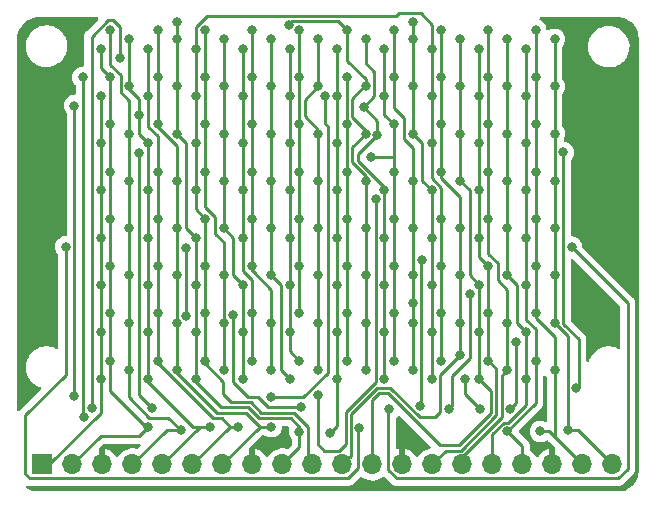
<source format=gbr>
%TF.GenerationSoftware,KiCad,Pcbnew,(6.0.10)*%
%TF.CreationDate,2023-02-01T20:58:39-08:00*%
%TF.ProjectId,pico8t-matrix,7069636f-3874-42d6-9d61-747269782e6b,rev?*%
%TF.SameCoordinates,Original*%
%TF.FileFunction,Copper,L2,Bot*%
%TF.FilePolarity,Positive*%
%FSLAX46Y46*%
G04 Gerber Fmt 4.6, Leading zero omitted, Abs format (unit mm)*
G04 Created by KiCad (PCBNEW (6.0.10)) date 2023-02-01 20:58:39*
%MOMM*%
%LPD*%
G01*
G04 APERTURE LIST*
%TA.AperFunction,ComponentPad*%
%ADD10O,1.700000X1.700000*%
%TD*%
%TA.AperFunction,ComponentPad*%
%ADD11R,1.700000X1.700000*%
%TD*%
%TA.AperFunction,ViaPad*%
%ADD12C,0.800000*%
%TD*%
%TA.AperFunction,Conductor*%
%ADD13C,0.250000*%
%TD*%
G04 APERTURE END LIST*
D10*
%TO.P,J0,20,Pin_20*%
%TO.N,PF*%
X86111000Y-50800000D03*
%TO.P,J0,19,Pin_19*%
%TO.N,PE*%
X83571000Y-50800000D03*
%TO.P,J0,18,Pin_18*%
%TO.N,GND*%
X81031000Y-50800000D03*
%TO.P,J0,17,Pin_17*%
%TO.N,PD*%
X78491000Y-50800000D03*
%TO.P,J0,16,Pin_16*%
%TO.N,PC*%
X75951000Y-50800000D03*
%TO.P,J0,15,Pin_15*%
%TO.N,PB*%
X73411000Y-50800000D03*
%TO.P,J0,14,Pin_14*%
%TO.N,PA*%
X70871000Y-50800000D03*
%TO.P,J0,13,Pin_13*%
%TO.N,GND*%
X68331000Y-50800000D03*
%TO.P,J0,12,Pin_12*%
%TO.N,P9*%
X65791000Y-50800000D03*
%TO.P,J0,11,Pin_11*%
%TO.N,P8*%
X63251000Y-50800000D03*
%TO.P,J0,10,Pin_10*%
%TO.N,P7*%
X60711000Y-50800000D03*
%TO.P,J0,9,Pin_9*%
%TO.N,P6*%
X58171000Y-50800000D03*
%TO.P,J0,8,Pin_8*%
%TO.N,GND*%
X55631000Y-50800000D03*
%TO.P,J0,7,Pin_7*%
%TO.N,P5*%
X53091000Y-50800000D03*
%TO.P,J0,6,Pin_6*%
%TO.N,P4*%
X50551000Y-50800000D03*
%TO.P,J0,5,Pin_5*%
%TO.N,P3*%
X48011000Y-50800000D03*
%TO.P,J0,4,Pin_4*%
%TO.N,P2*%
X45471000Y-50800000D03*
%TO.P,J0,3,Pin_3*%
%TO.N,GND*%
X42931000Y-50800000D03*
%TO.P,J0,2,Pin_2*%
%TO.N,P1*%
X40391000Y-50800000D03*
D11*
%TO.P,J0,1,Pin_1*%
%TO.N,P0*%
X37851000Y-50800000D03*
%TD*%
D12*
%TO.N,GND*%
X85865200Y-32930600D03*
X85839800Y-38645600D03*
%TO.N,Y9*%
X82674000Y-32397200D03*
%TO.N,GND*%
X37960800Y-30949400D03*
%TO.N,P0*%
X62217800Y-48145200D03*
%TO.N,Y8*%
X64707000Y-47688000D03*
%TO.N,Y7*%
X61155003Y-44923995D03*
%TO.N,Y3*%
X57239400Y-45119500D03*
%TO.N,P3*%
X65062600Y-20545500D03*
X46025000Y-21182800D03*
%TO.N,P4*%
X65697600Y-24751800D03*
%TO.N,P3*%
X66220851Y-22880359D03*
%TO.N,Y2*%
X40575500Y-20408400D03*
X40575500Y-44995600D03*
%TO.N,Y3*%
X61815607Y-19601343D03*
%TO.N,Y6*%
X50025800Y-38188400D03*
X54013600Y-38112200D03*
%TO.N,P5*%
X69225000Y-37143800D03*
%TO.N,P6*%
X69228200Y-13345500D03*
X49238400Y-13345500D03*
%TO.N,YC*%
X73647800Y-43573200D03*
%TO.N,P8*%
X73225000Y-41544500D03*
%TO.N,YC*%
X74917800Y-46062400D03*
%TO.N,Y0*%
X44449502Y-16395000D03*
%TO.N,YA*%
X69990200Y-33494500D03*
X69867499Y-45854901D03*
%TO.N,Y9*%
X67247000Y-46113200D03*
%TO.N,Y8*%
X39851000Y-32346400D03*
%TO.N,YB*%
X74044200Y-36395000D03*
X72301600Y-46087800D03*
%TO.N,Y7*%
X66100500Y-28312683D03*
%TO.N,P6*%
X59625000Y-48016200D03*
%TO.N,Y6*%
X59728600Y-45935400D03*
X50000400Y-32434700D03*
%TO.N,YD*%
X77483200Y-46062400D03*
X77962600Y-40395000D03*
%TO.N,Y5*%
X83057000Y-44360600D03*
X81949500Y-24370800D03*
%TO.N,P2*%
X49568600Y-47891200D03*
%TO.N,Y4*%
X46036800Y-24395000D03*
X47130200Y-45989500D03*
%TO.N,Y1*%
X41416172Y-46787675D03*
X41300500Y-18016973D03*
%TO.N,P5*%
X57225000Y-47595000D03*
%TO.N,PD*%
X77225000Y-47995000D03*
%TO.N,PE*%
X80025000Y-47995000D03*
%TO.N,P4*%
X54425000Y-47595000D03*
%TO.N,P3*%
X52025000Y-47595000D03*
%TO.N,P1*%
X46825000Y-47595000D03*
%TO.N,P2*%
X58731018Y-13548009D03*
%TO.N,PF*%
X82332500Y-47902500D03*
X81225000Y-14795000D03*
%TO.N,PE*%
X79625000Y-13995000D03*
%TO.N,PD*%
X78825000Y-15595000D03*
%TO.N,PC*%
X77225000Y-14795000D03*
%TO.N,PB*%
X75625000Y-13995000D03*
%TO.N,PA*%
X74825000Y-15595000D03*
%TO.N,P9*%
X73225000Y-14795000D03*
%TO.N,P8*%
X71625000Y-13995000D03*
%TO.N,P7*%
X70825000Y-15595000D03*
%TO.N,P6*%
X69225000Y-14795000D03*
%TO.N,P5*%
X67625000Y-13995000D03*
%TO.N,P4*%
X66825000Y-15595000D03*
%TO.N,PF*%
X81225000Y-18795000D03*
%TO.N,PE*%
X79625000Y-17995000D03*
%TO.N,PD*%
X78825000Y-19595000D03*
%TO.N,PC*%
X77225000Y-18795000D03*
%TO.N,PB*%
X75625000Y-17995000D03*
%TO.N,PA*%
X74825000Y-19595000D03*
%TO.N,P9*%
X73225000Y-18795000D03*
%TO.N,P8*%
X71625000Y-17995000D03*
%TO.N,P7*%
X70825000Y-19595000D03*
%TO.N,P6*%
X69225000Y-18795000D03*
%TO.N,P5*%
X67625000Y-17995000D03*
%TO.N,P4*%
X66825000Y-19595000D03*
%TO.N,PF*%
X81225000Y-22795000D03*
%TO.N,PE*%
X79625000Y-21995000D03*
%TO.N,PD*%
X78825000Y-23595000D03*
%TO.N,PC*%
X77225000Y-22795000D03*
%TO.N,PB*%
X75625000Y-21995000D03*
%TO.N,PA*%
X74825000Y-23595000D03*
%TO.N,P9*%
X73225000Y-22795000D03*
%TO.N,P8*%
X71625000Y-21995000D03*
%TO.N,P7*%
X70825000Y-23595000D03*
%TO.N,P6*%
X69225000Y-22795000D03*
%TO.N,P4*%
X67625000Y-21995000D03*
%TO.N,PF*%
X81225000Y-26795000D03*
%TO.N,PE*%
X79625000Y-25995000D03*
%TO.N,PD*%
X78825000Y-27595000D03*
%TO.N,PC*%
X77225000Y-26795000D03*
%TO.N,PB*%
X75625000Y-25995000D03*
%TO.N,PA*%
X74825000Y-27595000D03*
%TO.N,P9*%
X73225000Y-26795000D03*
%TO.N,P8*%
X71625000Y-25995000D03*
%TO.N,P6*%
X70825000Y-27595000D03*
%TO.N,P5*%
X69225000Y-26795000D03*
%TO.N,P4*%
X67625000Y-25995000D03*
%TO.N,P3*%
X66825000Y-27595000D03*
%TO.N,PF*%
X81225000Y-30795000D03*
%TO.N,PE*%
X79625000Y-29995000D03*
%TO.N,PD*%
X78825000Y-31595000D03*
%TO.N,PC*%
X77225000Y-30795000D03*
%TO.N,PB*%
X75625000Y-29995000D03*
%TO.N,PA*%
X74825000Y-31595000D03*
%TO.N,P8*%
X73225000Y-30795000D03*
%TO.N,P7*%
X71625000Y-29995000D03*
%TO.N,P6*%
X70825000Y-31595000D03*
%TO.N,P5*%
X69225000Y-30795000D03*
%TO.N,P4*%
X67625000Y-29995000D03*
%TO.N,P3*%
X66825000Y-31595000D03*
%TO.N,PF*%
X81225000Y-34795000D03*
%TO.N,PE*%
X79625000Y-33995000D03*
%TO.N,PD*%
X78825000Y-35595000D03*
%TO.N,PC*%
X77225000Y-34795000D03*
%TO.N,PA*%
X75625000Y-33995000D03*
%TO.N,P9*%
X74825000Y-35595000D03*
%TO.N,P8*%
X73225000Y-34795000D03*
%TO.N,P7*%
X71625000Y-33995000D03*
%TO.N,P6*%
X70825000Y-35595000D03*
%TO.N,P5*%
X69225000Y-34795000D03*
%TO.N,P4*%
X67625000Y-33995000D03*
%TO.N,P3*%
X66825000Y-35595000D03*
%TO.N,PF*%
X81225000Y-38795000D03*
%TO.N,PE*%
X79625000Y-37995000D03*
%TO.N,PC*%
X78825000Y-39595000D03*
%TO.N,PB*%
X77225000Y-38795000D03*
%TO.N,PA*%
X75625000Y-37995000D03*
%TO.N,P9*%
X74825000Y-39595000D03*
%TO.N,P8*%
X73225000Y-38795000D03*
%TO.N,P7*%
X71625000Y-37995000D03*
%TO.N,P6*%
X70825000Y-39595000D03*
%TO.N,P5*%
X69225000Y-38795000D03*
%TO.N,P4*%
X67625000Y-37995000D03*
%TO.N,P3*%
X66825000Y-39595000D03*
%TO.N,PE*%
X81225000Y-42795000D03*
%TO.N,PD*%
X79625000Y-41995000D03*
%TO.N,PC*%
X78825000Y-43595000D03*
%TO.N,PB*%
X77225000Y-42795000D03*
%TO.N,PA*%
X75625000Y-41995000D03*
%TO.N,P9*%
X74825000Y-43595000D03*
%TO.N,P7*%
X71625000Y-41995000D03*
%TO.N,P6*%
X70825000Y-43595000D03*
%TO.N,P5*%
X69225000Y-42795000D03*
%TO.N,P4*%
X67625000Y-41995000D03*
%TO.N,P3*%
X66825000Y-43595000D03*
%TO.N,P2*%
X65225000Y-42795000D03*
%TO.N,P1*%
X63625000Y-41995000D03*
%TO.N,P0*%
X62825000Y-43595000D03*
%TO.N,PF*%
X61225000Y-42795000D03*
%TO.N,PD*%
X59625000Y-41995000D03*
%TO.N,PC*%
X58825000Y-43595000D03*
%TO.N,PB*%
X57225000Y-42795000D03*
%TO.N,PA*%
X55625000Y-41995000D03*
%TO.N,P9*%
X54825000Y-43595000D03*
%TO.N,P8*%
X53225000Y-42795000D03*
%TO.N,P7*%
X51625000Y-41995000D03*
%TO.N,P6*%
X50825000Y-43595000D03*
%TO.N,P2*%
X65225000Y-38795000D03*
%TO.N,P1*%
X63625000Y-37995000D03*
%TO.N,P0*%
X62825000Y-39595000D03*
%TO.N,PF*%
X61225000Y-38795000D03*
%TO.N,PE*%
X59625000Y-37995000D03*
%TO.N,PD*%
X58825000Y-39595000D03*
%TO.N,PB*%
X57225000Y-38795000D03*
%TO.N,PA*%
X55625000Y-37995000D03*
%TO.N,P9*%
X54825000Y-39595000D03*
%TO.N,P8*%
X53225000Y-38795000D03*
%TO.N,P7*%
X51625000Y-37995000D03*
%TO.N,P6*%
X50825000Y-39595000D03*
%TO.N,P2*%
X65225000Y-34795000D03*
%TO.N,P1*%
X63625000Y-33995000D03*
%TO.N,P0*%
X62825000Y-35595000D03*
%TO.N,PF*%
X61225000Y-34795000D03*
%TO.N,PE*%
X59625000Y-33995000D03*
%TO.N,PD*%
X58825000Y-35595000D03*
%TO.N,PC*%
X57225000Y-34795000D03*
%TO.N,PB*%
X55625000Y-33995000D03*
%TO.N,P9*%
X54825000Y-35595000D03*
%TO.N,P8*%
X53225000Y-34795000D03*
%TO.N,P7*%
X51625000Y-33995000D03*
%TO.N,P6*%
X50825000Y-35595000D03*
%TO.N,P2*%
X65225000Y-30795000D03*
%TO.N,P1*%
X63625000Y-29995000D03*
%TO.N,P0*%
X62825000Y-31595000D03*
%TO.N,PF*%
X61225000Y-30795000D03*
%TO.N,PE*%
X59625000Y-29995000D03*
%TO.N,PD*%
X58825000Y-31595000D03*
%TO.N,PC*%
X57225000Y-30795000D03*
%TO.N,PB*%
X55625000Y-29995000D03*
%TO.N,PA*%
X54825000Y-31595000D03*
%TO.N,P9*%
X53225000Y-30795000D03*
%TO.N,P7*%
X51625000Y-29995000D03*
%TO.N,P6*%
X50825000Y-31595000D03*
%TO.N,P2*%
X65225000Y-26795000D03*
%TO.N,P1*%
X63625000Y-25995000D03*
%TO.N,P0*%
X62825000Y-27595000D03*
%TO.N,PF*%
X61225000Y-26795000D03*
%TO.N,PE*%
X59625000Y-25995000D03*
%TO.N,PD*%
X58825000Y-27595000D03*
%TO.N,PC*%
X57225000Y-26795000D03*
%TO.N,PB*%
X55625000Y-25995000D03*
%TO.N,PA*%
X54825000Y-27595000D03*
%TO.N,P9*%
X53225000Y-26795000D03*
%TO.N,P8*%
X51625000Y-25995000D03*
%TO.N,P7*%
X50825000Y-27595000D03*
%TO.N,P2*%
X65225000Y-22795000D03*
%TO.N,P1*%
X63625000Y-21995000D03*
%TO.N,P0*%
X62825000Y-23595000D03*
%TO.N,PF*%
X61225000Y-22795000D03*
%TO.N,PE*%
X59625000Y-21995000D03*
%TO.N,PD*%
X58825000Y-23595000D03*
%TO.N,PC*%
X57225000Y-22795000D03*
%TO.N,PB*%
X55625000Y-21995000D03*
%TO.N,PA*%
X54825000Y-23595000D03*
%TO.N,P9*%
X53225000Y-22795000D03*
%TO.N,P8*%
X51625000Y-21995000D03*
%TO.N,P7*%
X50825000Y-23595000D03*
%TO.N,P2*%
X65225000Y-18795000D03*
%TO.N,P1*%
X63625000Y-17995000D03*
%TO.N,P0*%
X62825000Y-19595000D03*
%TO.N,PF*%
X61225000Y-18795000D03*
%TO.N,PE*%
X59625000Y-17995000D03*
%TO.N,PD*%
X58825000Y-19595000D03*
%TO.N,PC*%
X57225000Y-18795000D03*
%TO.N,PB*%
X55625000Y-17995000D03*
%TO.N,PA*%
X54825000Y-19595000D03*
%TO.N,P9*%
X53225000Y-18795000D03*
%TO.N,P8*%
X51625000Y-17995000D03*
%TO.N,P7*%
X50825000Y-19595000D03*
%TO.N,P3*%
X65225000Y-14795000D03*
%TO.N,P2*%
X63625000Y-13995000D03*
%TO.N,P0*%
X62825000Y-15595000D03*
%TO.N,PF*%
X61225000Y-14795000D03*
%TO.N,PE*%
X59625000Y-13995000D03*
%TO.N,PD*%
X58825000Y-15595000D03*
%TO.N,PC*%
X57225000Y-14795000D03*
%TO.N,PB*%
X55625000Y-13995000D03*
%TO.N,PA*%
X54825000Y-15595000D03*
%TO.N,P9*%
X53225000Y-14795000D03*
%TO.N,P8*%
X51625000Y-13995000D03*
%TO.N,P7*%
X50825000Y-15595000D03*
%TO.N,Y0*%
X42025000Y-45995000D03*
%TO.N,P6*%
X49225000Y-14795000D03*
%TO.N,P5*%
X47625000Y-13995000D03*
%TO.N,P4*%
X46825000Y-15595000D03*
%TO.N,P6*%
X49225000Y-18795000D03*
%TO.N,P5*%
X47625000Y-17995000D03*
%TO.N,P4*%
X46825000Y-19595000D03*
%TO.N,P6*%
X49225000Y-22795000D03*
%TO.N,P5*%
X47625000Y-21995000D03*
%TO.N,P3*%
X46825000Y-23595000D03*
%TO.N,P5*%
X49225000Y-26795000D03*
%TO.N,P4*%
X47625000Y-25995000D03*
%TO.N,P3*%
X46825000Y-27595000D03*
%TO.N,P5*%
X49225000Y-30795000D03*
%TO.N,P4*%
X47625000Y-29995000D03*
%TO.N,P3*%
X46825000Y-31595000D03*
%TO.N,P5*%
X49225000Y-34795000D03*
%TO.N,P4*%
X47625000Y-33995000D03*
%TO.N,P3*%
X46825000Y-35595000D03*
%TO.N,P5*%
X49225000Y-38795000D03*
%TO.N,P4*%
X47625000Y-37995000D03*
%TO.N,P3*%
X46825000Y-39595000D03*
%TO.N,P5*%
X49225000Y-42795000D03*
%TO.N,P4*%
X47625000Y-41995000D03*
%TO.N,P3*%
X46825000Y-43595000D03*
%TO.N,P2*%
X45225000Y-42795000D03*
%TO.N,P1*%
X43625000Y-41995000D03*
%TO.N,P0*%
X42825000Y-43595000D03*
%TO.N,P2*%
X45225000Y-38795000D03*
%TO.N,P1*%
X43625000Y-37995000D03*
%TO.N,P0*%
X42825000Y-39595000D03*
%TO.N,P2*%
X45225000Y-34795000D03*
%TO.N,P1*%
X43625000Y-33995000D03*
%TO.N,P0*%
X42825000Y-35595000D03*
%TO.N,P2*%
X45225000Y-30795000D03*
%TO.N,P1*%
X43625000Y-29995000D03*
%TO.N,P0*%
X42825000Y-31595000D03*
%TO.N,P2*%
X45225000Y-26795000D03*
%TO.N,P1*%
X43625000Y-25995000D03*
%TO.N,P0*%
X42825000Y-27595000D03*
%TO.N,P2*%
X45225000Y-22795000D03*
%TO.N,P1*%
X43625000Y-21995000D03*
%TO.N,P0*%
X42825000Y-23595000D03*
%TO.N,P3*%
X45225000Y-18795000D03*
%TO.N,P1*%
X43625000Y-17995000D03*
%TO.N,P0*%
X42825000Y-19595000D03*
%TO.N,P3*%
X45225000Y-14795000D03*
%TO.N,P2*%
X43625000Y-13995000D03*
%TO.N,P1*%
X42825000Y-15595000D03*
%TD*%
D13*
%TO.N,Y9*%
X87435001Y-37158201D02*
X82674000Y-32397200D01*
X87435001Y-51147399D02*
X87435001Y-37158201D01*
X86601800Y-51980600D02*
X87435001Y-51147399D01*
X67849899Y-51980600D02*
X86601800Y-51980600D01*
X67156000Y-51286701D02*
X67849899Y-51980600D01*
X67156000Y-46204200D02*
X67156000Y-51286701D01*
X67247000Y-46113200D02*
X67156000Y-46204200D01*
%TO.N,Y8*%
X36413450Y-51601650D02*
X36413450Y-46648650D01*
X36413450Y-46648650D02*
X39851000Y-43211099D01*
X36786800Y-51975000D02*
X36413450Y-51601650D01*
X39851000Y-43211099D02*
X39851000Y-32346400D01*
X64616000Y-51096701D02*
X63737701Y-51975000D01*
X63737701Y-51975000D02*
X36786800Y-51975000D01*
X64616000Y-47779000D02*
X64616000Y-51096701D01*
X64707000Y-47688000D02*
X64616000Y-47779000D01*
%TO.N,P0*%
X62825000Y-47538000D02*
X62217800Y-48145200D01*
X62825000Y-43595000D02*
X62825000Y-47538000D01*
%TO.N,Y7*%
X66100500Y-43779900D02*
X66100500Y-28312683D01*
X63532000Y-46348400D02*
X66100500Y-43779900D01*
X63532000Y-49040800D02*
X63532000Y-46348400D01*
X62947800Y-49625000D02*
X63532000Y-49040800D01*
X61155003Y-49089003D02*
X61691000Y-49625000D01*
X61691000Y-49625000D02*
X62947800Y-49625000D01*
X61155003Y-44923995D02*
X61155003Y-49089003D01*
%TO.N,P7*%
X60350000Y-47593000D02*
X60350000Y-50439000D01*
X59177000Y-46420000D02*
X60350000Y-47593000D01*
X56393792Y-46420000D02*
X59177000Y-46420000D01*
X55493792Y-45520000D02*
X56393792Y-46420000D01*
X53852200Y-45520000D02*
X55493792Y-45520000D01*
X53174502Y-44842302D02*
X53852200Y-45520000D01*
X51625000Y-42220305D02*
X53178248Y-43773552D01*
X53174502Y-43777298D02*
X53174502Y-44842302D01*
X51625000Y-41995000D02*
X51625000Y-42220305D01*
X53178248Y-43773552D02*
X53174502Y-43777298D01*
%TO.N,P8*%
X71565000Y-43204500D02*
X73225000Y-41544500D01*
X71565000Y-46392600D02*
X71565000Y-43204500D01*
X71137600Y-46820000D02*
X71565000Y-46392600D01*
X66196796Y-44320000D02*
X67308000Y-44320000D01*
X63982000Y-46534796D02*
X66196796Y-44320000D01*
X67308000Y-44320000D02*
X69808000Y-46820000D01*
X69808000Y-46820000D02*
X71137600Y-46820000D01*
X63982000Y-50069000D02*
X63982000Y-46534796D01*
X63251000Y-50800000D02*
X63982000Y-50069000D01*
%TO.N,Y3*%
X59934900Y-45119500D02*
X57239400Y-45119500D01*
X59934900Y-45119500D02*
X62040000Y-43014400D01*
%TO.N,P0*%
X42825000Y-46404152D02*
X38429152Y-50800000D01*
X42825000Y-43595000D02*
X42825000Y-46404152D01*
%TO.N,P3*%
X65972600Y-19635500D02*
X65972600Y-17542600D01*
X65062600Y-20545500D02*
X65972600Y-19635500D01*
X65225000Y-16795000D02*
X65972600Y-17542600D01*
X66220851Y-21703751D02*
X66220851Y-22880359D01*
X65062600Y-20545500D02*
X66220851Y-21703751D01*
%TO.N,P2*%
X64075000Y-19821200D02*
X65101200Y-18795000D01*
X64075000Y-21419695D02*
X64075000Y-19821200D01*
X65101200Y-18795000D02*
X65225000Y-18795000D01*
X65225000Y-22569695D02*
X64075000Y-21419695D01*
X65225000Y-22795000D02*
X65225000Y-22569695D01*
%TO.N,P3*%
X46025000Y-19820305D02*
X46025000Y-21182800D01*
X45225000Y-19020305D02*
X46025000Y-19820305D01*
X45225000Y-18795000D02*
X45225000Y-19020305D01*
X46025000Y-21182800D02*
X46025000Y-22795000D01*
%TO.N,P4*%
X65700600Y-24748800D02*
X65697600Y-24751800D01*
X67625000Y-24748800D02*
X65700600Y-24748800D01*
X67625000Y-24748800D02*
X67625000Y-25995000D01*
X67625000Y-21995000D02*
X67625000Y-24748800D01*
%TO.N,P3*%
X66825000Y-27300204D02*
X66825000Y-27595000D01*
X64605400Y-25080604D02*
X66825000Y-27300204D01*
X64605400Y-24495810D02*
X64605400Y-25080604D01*
X66220851Y-22880359D02*
X64605400Y-24495810D01*
%TO.N,P2*%
X64075000Y-25186600D02*
X65225000Y-26336600D01*
X64075000Y-23945000D02*
X64075000Y-25186600D01*
X65225000Y-26336600D02*
X65225000Y-26795000D01*
X65225000Y-22795000D02*
X64075000Y-23945000D01*
%TO.N,Y2*%
X40575500Y-44995600D02*
X40575500Y-20408400D01*
%TO.N,Y3*%
X61815607Y-21936607D02*
X62040000Y-22161000D01*
X61815607Y-19601343D02*
X61815607Y-21936607D01*
X62040000Y-22161000D02*
X62040000Y-43014400D01*
%TO.N,PF*%
X60075000Y-19945000D02*
X60075000Y-21313600D01*
X61225000Y-22463600D02*
X61225000Y-22795000D01*
X61225000Y-18795000D02*
X60075000Y-19945000D01*
X60075000Y-21313600D02*
X61225000Y-22463600D01*
%TO.N,Y6*%
X50000400Y-38163000D02*
X50025800Y-38188400D01*
X50000400Y-32434700D02*
X50000400Y-38163000D01*
X54039000Y-38137600D02*
X54013600Y-38112200D01*
X54039000Y-43834305D02*
X54039000Y-38137600D01*
%TO.N,P5*%
X69225000Y-34795000D02*
X69225000Y-38795000D01*
%TO.N,P6*%
X69225000Y-13348700D02*
X69228200Y-13345500D01*
X69225000Y-14795000D02*
X69225000Y-13348700D01*
%TO.N,P7*%
X69888600Y-12610600D02*
X70825000Y-13547000D01*
X67825000Y-12820000D02*
X68034400Y-12610600D01*
X70825000Y-13547000D02*
X70825000Y-15595000D01*
X51774695Y-12820000D02*
X67825000Y-12820000D01*
X68034400Y-12610600D02*
X69888600Y-12610600D01*
X50825000Y-15595000D02*
X50825000Y-13769695D01*
X50825000Y-13769695D02*
X51774695Y-12820000D01*
%TO.N,P6*%
X49225000Y-14795000D02*
X49225000Y-13358900D01*
X49225000Y-13358900D02*
X49238400Y-13345500D01*
%TO.N,YC*%
X73647800Y-44792400D02*
X73647800Y-43573200D01*
X74917800Y-46062400D02*
X73647800Y-44792400D01*
%TO.N,YB*%
X72501005Y-45888395D02*
X72301600Y-46087800D01*
X72501005Y-43293800D02*
X72501005Y-45888395D01*
X72501005Y-43293800D02*
X74044200Y-41750605D01*
X74044200Y-41750605D02*
X74044200Y-36395000D01*
%TO.N,P8*%
X73225000Y-38795000D02*
X73225000Y-41544500D01*
%TO.N,P9*%
X75846600Y-44616600D02*
X74825000Y-43595000D01*
X73099204Y-49175000D02*
X75846600Y-46427604D01*
X75846600Y-46427604D02*
X75846600Y-44616600D01*
X71526604Y-49175000D02*
X73099204Y-49175000D01*
X66383192Y-44770000D02*
X67121604Y-44770000D01*
X65791000Y-45362192D02*
X66383192Y-44770000D01*
X67121604Y-44770000D02*
X71526604Y-49175000D01*
X65791000Y-50800000D02*
X65791000Y-45362192D01*
%TO.N,PA*%
X76296600Y-46614000D02*
X76296600Y-42666600D01*
X76296600Y-42666600D02*
X75625000Y-41995000D01*
X73285600Y-49625000D02*
X76296600Y-46614000D01*
X70871000Y-50800000D02*
X72046000Y-49625000D01*
X72046000Y-49625000D02*
X73285600Y-49625000D01*
%TO.N,PB*%
X73411000Y-50135404D02*
X76746600Y-46799804D01*
X76746600Y-46799804D02*
X76746600Y-43273400D01*
X76746600Y-43273400D02*
X77225000Y-42795000D01*
%TO.N,PC*%
X75951000Y-48231800D02*
X75951000Y-50800000D01*
X76912800Y-47270000D02*
X75951000Y-48231800D01*
X76912800Y-47270000D02*
X77313604Y-47270000D01*
%TO.N,YA*%
X69950000Y-45772400D02*
X69867499Y-45854901D01*
X69950000Y-33534700D02*
X69950000Y-45772400D01*
X69990200Y-33494500D02*
X69950000Y-33534700D01*
%TO.N,P6*%
X59625000Y-48016200D02*
X59625000Y-49346000D01*
X59625000Y-47595000D02*
X59625000Y-48016200D01*
%TO.N,Y6*%
X59694000Y-45970000D02*
X59728600Y-45935400D01*
X58420000Y-45970000D02*
X59694000Y-45970000D01*
X56994600Y-45970000D02*
X58420000Y-45970000D01*
X56094600Y-45070000D02*
X56994600Y-45970000D01*
X55274695Y-45070000D02*
X56094600Y-45070000D01*
X54039000Y-43834305D02*
X55274695Y-45070000D01*
%TO.N,P6*%
X56207396Y-46870000D02*
X58900000Y-46870000D01*
X58900000Y-46870000D02*
X59625000Y-47595000D01*
X52999197Y-45970000D02*
X55307396Y-45970000D01*
X55307396Y-45970000D02*
X56207396Y-46870000D01*
X50825000Y-43795803D02*
X52999197Y-45970000D01*
X50825000Y-43595000D02*
X50825000Y-43795803D01*
%TO.N,YD*%
X77483200Y-46062400D02*
X77962600Y-45583000D01*
X77962600Y-45583000D02*
X77962600Y-40395000D01*
%TO.N,PC*%
X78825000Y-45758604D02*
X78825000Y-43595000D01*
X77313604Y-47270000D02*
X78825000Y-45758604D01*
%TO.N,Y5*%
X83261396Y-40195000D02*
X83261396Y-44156204D01*
X81949500Y-24370800D02*
X81949500Y-38883104D01*
X83261396Y-44156204D02*
X83057000Y-44360600D01*
X81949500Y-38883104D02*
X83261396Y-40195000D01*
%TO.N,P2*%
X48379800Y-47891200D02*
X49568600Y-47891200D01*
X45471000Y-50800000D02*
X48379800Y-47891200D01*
X46925300Y-46822700D02*
X45225000Y-45122400D01*
X49568600Y-47891200D02*
X48500100Y-46822700D01*
X48500100Y-46822700D02*
X46925300Y-46822700D01*
X45225000Y-45122400D02*
X45225000Y-42795000D01*
%TO.N,Y4*%
X46036800Y-44896100D02*
X46036800Y-24395000D01*
X47130200Y-45989500D02*
X46036800Y-44896100D01*
%TO.N,Y1*%
X41416172Y-46787675D02*
X41300000Y-46671503D01*
X41300000Y-46671503D02*
X41300000Y-18017473D01*
X41300000Y-18017473D02*
X41300500Y-18016973D01*
%TO.N,P4*%
X47625000Y-42220305D02*
X47625000Y-41995000D01*
X53031000Y-46870000D02*
X52274696Y-46870000D01*
X52274696Y-46870000D02*
X47625000Y-42220305D01*
X53756000Y-47595000D02*
X53031000Y-46870000D01*
%TO.N,P5*%
X49225000Y-43020305D02*
X49225000Y-42795000D01*
X55121000Y-46420000D02*
X52624696Y-46420000D01*
X52624696Y-46420000D02*
X49225000Y-43020305D01*
X56296000Y-47595000D02*
X55121000Y-46420000D01*
%TO.N,P6*%
X59625000Y-49346000D02*
X58171000Y-50800000D01*
%TO.N,P5*%
X56296000Y-47595000D02*
X57225000Y-47595000D01*
X53091000Y-50800000D02*
X56296000Y-47595000D01*
%TO.N,PD*%
X79625000Y-45595000D02*
X79625000Y-41995000D01*
X77225000Y-47995000D02*
X79625000Y-45595000D01*
X78491000Y-49261000D02*
X78491000Y-50800000D01*
X77225000Y-47995000D02*
X78491000Y-49261000D01*
%TO.N,PE*%
X80025000Y-47995000D02*
X80766000Y-47995000D01*
X81995500Y-49224500D02*
X81225000Y-48454000D01*
X83571000Y-50800000D02*
X81995500Y-49224500D01*
X80766000Y-47995000D02*
X81995500Y-49224500D01*
X81225000Y-48454000D02*
X81225000Y-42795000D01*
%TO.N,PF*%
X83213500Y-47902500D02*
X82332500Y-47902500D01*
X86111000Y-50800000D02*
X83213500Y-47902500D01*
%TO.N,P4*%
X53756000Y-47595000D02*
X54425000Y-47595000D01*
X50551000Y-50800000D02*
X53756000Y-47595000D01*
%TO.N,P3*%
X51216000Y-47595000D02*
X52025000Y-47595000D01*
X48011000Y-50800000D02*
X51216000Y-47595000D01*
%TO.N,P1*%
X42796000Y-48395000D02*
X40391000Y-50800000D01*
X46025000Y-48395000D02*
X42796000Y-48395000D01*
X46825000Y-47595000D02*
X46025000Y-48395000D01*
%TO.N,P3*%
X50624197Y-47595000D02*
X52025000Y-47595000D01*
X46825000Y-43795803D02*
X50624197Y-47595000D01*
X46825000Y-43595000D02*
X46825000Y-43795803D01*
%TO.N,P1*%
X46624197Y-47595000D02*
X46825000Y-47595000D01*
X43625000Y-44595803D02*
X46624197Y-47595000D01*
X43625000Y-41995000D02*
X43625000Y-44595803D01*
%TO.N,P2*%
X62900000Y-13270000D02*
X59009027Y-13270000D01*
X59009027Y-13270000D02*
X58731018Y-13548009D01*
X63625000Y-13995000D02*
X62900000Y-13270000D01*
X65225000Y-26795000D02*
X65225000Y-30795000D01*
%TO.N,PB*%
X77225000Y-38795000D02*
X77225000Y-42795000D01*
%TO.N,P8*%
X53225000Y-31995000D02*
X53225000Y-34795000D01*
X52500000Y-31270000D02*
X53225000Y-31995000D01*
X52500000Y-29844695D02*
X52500000Y-31270000D01*
X51625000Y-28969695D02*
X52500000Y-29844695D01*
X51625000Y-25995000D02*
X51625000Y-28969695D01*
%TO.N,PA*%
X54825000Y-34395000D02*
X54825000Y-31595000D01*
X55625000Y-35195000D02*
X54825000Y-34395000D01*
X55625000Y-37995000D02*
X55625000Y-35195000D01*
%TO.N,PB*%
X55675000Y-34445000D02*
X57225000Y-35995000D01*
X57225000Y-35995000D02*
X57225000Y-38795000D01*
X55625000Y-34445000D02*
X55675000Y-34445000D01*
X55625000Y-33995000D02*
X55625000Y-34445000D01*
%TO.N,PC*%
X58025000Y-35595000D02*
X57225000Y-34795000D01*
X58025000Y-42795000D02*
X58025000Y-35595000D01*
X58825000Y-43595000D02*
X58025000Y-42795000D01*
%TO.N,PD*%
X58825000Y-41195000D02*
X59625000Y-41995000D01*
X58825000Y-39595000D02*
X58825000Y-41195000D01*
%TO.N,P9*%
X54025000Y-34795000D02*
X54025000Y-31595000D01*
X54825000Y-35595000D02*
X54025000Y-34795000D01*
X54025000Y-31595000D02*
X53225000Y-30795000D01*
%TO.N,P7*%
X50825000Y-27595000D02*
X50825000Y-29195000D01*
X50825000Y-29195000D02*
X51625000Y-29995000D01*
%TO.N,P6*%
X50025000Y-30795000D02*
X50025000Y-23595000D01*
X50825000Y-31595000D02*
X50025000Y-30795000D01*
X50025000Y-23595000D02*
X49225000Y-22795000D01*
%TO.N,P5*%
X49225000Y-23820305D02*
X49225000Y-26795000D01*
X47625000Y-21995000D02*
X47625000Y-22220305D01*
X47625000Y-22220305D02*
X49225000Y-23820305D01*
%TO.N,PF*%
X82332500Y-39902500D02*
X82332500Y-47902500D01*
X81225000Y-38795000D02*
X82332500Y-39902500D01*
%TO.N,PE*%
X81225000Y-39995000D02*
X81225000Y-42795000D01*
X79625000Y-38395000D02*
X81225000Y-39995000D01*
X79625000Y-37995000D02*
X79625000Y-38395000D01*
%TO.N,PD*%
X78825000Y-38569695D02*
X79625000Y-39369695D01*
X79625000Y-39369695D02*
X79625000Y-41995000D01*
X78825000Y-35595000D02*
X78825000Y-38569695D01*
%TO.N,PC*%
X78025000Y-38795000D02*
X78025000Y-35595000D01*
X78025000Y-35595000D02*
X77225000Y-34795000D01*
X78825000Y-39595000D02*
X78025000Y-38795000D01*
%TO.N,PB*%
X77225000Y-35995000D02*
X77225000Y-38795000D01*
X76425000Y-35195000D02*
X77225000Y-35995000D01*
X76425000Y-33769695D02*
X76425000Y-35195000D01*
X75625000Y-32969695D02*
X76425000Y-33769695D01*
X75625000Y-29995000D02*
X75625000Y-32969695D01*
%TO.N,PA*%
X74825000Y-33195000D02*
X75625000Y-33995000D01*
X74825000Y-31595000D02*
X74825000Y-33195000D01*
%TO.N,PE*%
X79625000Y-25995000D02*
X79625000Y-29995000D01*
%TO.N,P9*%
X74825000Y-35595000D02*
X74025000Y-34795000D01*
X74025000Y-34795000D02*
X74025000Y-27595000D01*
X74025000Y-27595000D02*
X73225000Y-26795000D01*
%TO.N,P7*%
X71625000Y-27369695D02*
X71625000Y-29995000D01*
X70825000Y-26569695D02*
X71625000Y-27369695D01*
X70825000Y-23595000D02*
X70825000Y-26569695D01*
%TO.N,P8*%
X71625000Y-26545193D02*
X73225000Y-28145193D01*
X73225000Y-28145193D02*
X73225000Y-30795000D01*
X71625000Y-25995000D02*
X71625000Y-26545193D01*
%TO.N,P6*%
X70025000Y-23595000D02*
X69225000Y-22795000D01*
X70825000Y-27595000D02*
X70025000Y-26795000D01*
X70025000Y-26795000D02*
X70025000Y-23595000D01*
%TO.N,P4*%
X66825000Y-21195000D02*
X67625000Y-21995000D01*
X66825000Y-19595000D02*
X66825000Y-21195000D01*
%TO.N,P5*%
X68500000Y-21470803D02*
X67625000Y-20595803D01*
X68500000Y-23270000D02*
X68500000Y-21470803D01*
X69225000Y-23995000D02*
X68500000Y-23270000D01*
X67625000Y-20595803D02*
X67625000Y-17995000D01*
X69225000Y-26795000D02*
X69225000Y-23995000D01*
%TO.N,P3*%
X65225000Y-14795000D02*
X65225000Y-16795000D01*
%TO.N,P2*%
X63625000Y-16595803D02*
X65225000Y-18195803D01*
X65225000Y-18195803D02*
X65225000Y-18795000D01*
X63625000Y-13995000D02*
X63625000Y-16595803D01*
%TO.N,PC*%
X78825000Y-39595000D02*
X78825000Y-43595000D01*
%TO.N,PF*%
X81225000Y-34795000D02*
X81225000Y-38795000D01*
%TO.N,PE*%
X79625000Y-33995000D02*
X79625000Y-37995000D01*
%TO.N,PD*%
X78825000Y-31595000D02*
X78825000Y-35595000D01*
%TO.N,PC*%
X77225000Y-30795000D02*
X77225000Y-34795000D01*
%TO.N,PF*%
X81225000Y-30795000D02*
X81225000Y-34795000D01*
%TO.N,PE*%
X79625000Y-29995000D02*
X79625000Y-33995000D01*
%TO.N,PF*%
X81225000Y-26795000D02*
X81225000Y-30795000D01*
%TO.N,PD*%
X78825000Y-27595000D02*
X78825000Y-31595000D01*
%TO.N,PC*%
X77225000Y-26795000D02*
X77225000Y-30795000D01*
X77225000Y-22795000D02*
X77225000Y-26795000D01*
%TO.N,PD*%
X78825000Y-23595000D02*
X78825000Y-27595000D01*
%TO.N,PE*%
X79625000Y-21995000D02*
X79625000Y-25995000D01*
%TO.N,PF*%
X81225000Y-22795000D02*
X81225000Y-26795000D01*
X81225000Y-18795000D02*
X81225000Y-22795000D01*
%TO.N,PE*%
X79625000Y-17995000D02*
X79625000Y-21995000D01*
%TO.N,PD*%
X78825000Y-19595000D02*
X78825000Y-23595000D01*
%TO.N,PC*%
X77225000Y-18795000D02*
X77225000Y-22795000D01*
%TO.N,PF*%
X81225000Y-14795000D02*
X81225000Y-18795000D01*
%TO.N,PE*%
X79625000Y-13995000D02*
X79625000Y-17995000D01*
%TO.N,PD*%
X78825000Y-15595000D02*
X78825000Y-19595000D01*
%TO.N,PC*%
X77225000Y-14795000D02*
X77225000Y-18795000D01*
%TO.N,PB*%
X75625000Y-13995000D02*
X75625000Y-17995000D01*
%TO.N,PA*%
X74825000Y-15595000D02*
X74825000Y-19595000D01*
%TO.N,P9*%
X73225000Y-14795000D02*
X73225000Y-18795000D01*
%TO.N,P8*%
X71625000Y-13995000D02*
X71625000Y-17995000D01*
%TO.N,P7*%
X70825000Y-15595000D02*
X70825000Y-19595000D01*
%TO.N,P6*%
X69225000Y-14795000D02*
X69225000Y-18795000D01*
%TO.N,P5*%
X67625000Y-13995000D02*
X67625000Y-17995000D01*
%TO.N,P4*%
X66825000Y-15595000D02*
X66825000Y-19595000D01*
%TO.N,P0*%
X62825000Y-15595000D02*
X62825000Y-19595000D01*
%TO.N,P8*%
X71625000Y-17995000D02*
X71625000Y-21995000D01*
%TO.N,P9*%
X73225000Y-18795000D02*
X73225000Y-22795000D01*
%TO.N,PB*%
X75625000Y-17995000D02*
X75625000Y-21995000D01*
%TO.N,PA*%
X74825000Y-19595000D02*
X74825000Y-23595000D01*
%TO.N,P6*%
X69225000Y-18795000D02*
X69225000Y-22795000D01*
%TO.N,P7*%
X70825000Y-19595000D02*
X70825000Y-23595000D01*
%TO.N,P1*%
X63625000Y-17995000D02*
X63625000Y-21995000D01*
%TO.N,P0*%
X62825000Y-19595000D02*
X62825000Y-23595000D01*
X62825000Y-23595000D02*
X62825000Y-27595000D01*
%TO.N,P1*%
X63625000Y-21995000D02*
X63625000Y-25995000D01*
%TO.N,P8*%
X71625000Y-21995000D02*
X71625000Y-25995000D01*
%TO.N,P9*%
X73225000Y-22795000D02*
X73225000Y-26795000D01*
%TO.N,PA*%
X74825000Y-23595000D02*
X74825000Y-27595000D01*
%TO.N,PB*%
X75625000Y-21995000D02*
X75625000Y-25995000D01*
X75625000Y-25995000D02*
X75625000Y-29995000D01*
%TO.N,PA*%
X74825000Y-27595000D02*
X74825000Y-31595000D01*
%TO.N,P6*%
X70825000Y-27595000D02*
X70825000Y-31595000D01*
%TO.N,P5*%
X69225000Y-26795000D02*
X69225000Y-30795000D01*
%TO.N,P4*%
X67625000Y-25995000D02*
X67625000Y-29995000D01*
%TO.N,P3*%
X66825000Y-27595000D02*
X66825000Y-31595000D01*
%TO.N,P1*%
X63625000Y-25995000D02*
X63625000Y-29995000D01*
%TO.N,P0*%
X62825000Y-27595000D02*
X62825000Y-31595000D01*
%TO.N,P8*%
X73225000Y-30795000D02*
X73225000Y-34795000D01*
%TO.N,P7*%
X71625000Y-29995000D02*
X71625000Y-33995000D01*
%TO.N,P6*%
X70825000Y-31595000D02*
X70825000Y-35595000D01*
%TO.N,P5*%
X69225000Y-30795000D02*
X69225000Y-34795000D01*
%TO.N,P4*%
X67625000Y-29995000D02*
X67625000Y-33995000D01*
%TO.N,P3*%
X66825000Y-31595000D02*
X66825000Y-35595000D01*
%TO.N,P2*%
X65225000Y-30795000D02*
X65225000Y-34795000D01*
%TO.N,P1*%
X63625000Y-29995000D02*
X63625000Y-33995000D01*
%TO.N,P0*%
X62825000Y-31595000D02*
X62825000Y-35595000D01*
%TO.N,PA*%
X75625000Y-33995000D02*
X75625000Y-37995000D01*
%TO.N,P9*%
X74825000Y-35595000D02*
X74825000Y-39595000D01*
%TO.N,P8*%
X73225000Y-34795000D02*
X73225000Y-38795000D01*
%TO.N,P7*%
X71625000Y-33995000D02*
X71625000Y-37995000D01*
%TO.N,P6*%
X70825000Y-35595000D02*
X70825000Y-39595000D01*
%TO.N,P4*%
X67625000Y-33995000D02*
X67625000Y-37995000D01*
%TO.N,P3*%
X66825000Y-35595000D02*
X66825000Y-39595000D01*
%TO.N,P2*%
X65225000Y-34795000D02*
X65225000Y-38795000D01*
%TO.N,P1*%
X63625000Y-33995000D02*
X63625000Y-37995000D01*
%TO.N,P0*%
X62825000Y-35595000D02*
X62825000Y-39595000D01*
%TO.N,PA*%
X75625000Y-37995000D02*
X75625000Y-41995000D01*
%TO.N,P9*%
X74825000Y-39595000D02*
X74825000Y-43595000D01*
%TO.N,P7*%
X71625000Y-37995000D02*
X71625000Y-41995000D01*
%TO.N,P6*%
X70825000Y-39595000D02*
X70825000Y-43595000D01*
%TO.N,P5*%
X69225000Y-38795000D02*
X69225000Y-42795000D01*
%TO.N,P4*%
X67625000Y-37995000D02*
X67625000Y-41995000D01*
%TO.N,P3*%
X66825000Y-39595000D02*
X66825000Y-43595000D01*
%TO.N,P2*%
X65225000Y-38795000D02*
X65225000Y-42795000D01*
%TO.N,P1*%
X63625000Y-37995000D02*
X63625000Y-41995000D01*
%TO.N,P0*%
X62825000Y-43595000D02*
X62825000Y-39595000D01*
%TO.N,P9*%
X54825000Y-39595000D02*
X54825000Y-43595000D01*
%TO.N,PF*%
X61225000Y-38795000D02*
X61225000Y-42795000D01*
%TO.N,PB*%
X57225000Y-38795000D02*
X57225000Y-42795000D01*
%TO.N,PA*%
X55625000Y-37995000D02*
X55625000Y-41995000D01*
%TO.N,P8*%
X53225000Y-38795000D02*
X53225000Y-42795000D01*
%TO.N,P7*%
X51625000Y-37995000D02*
X51625000Y-41995000D01*
X51625000Y-33995000D02*
X51625000Y-37995000D01*
%TO.N,P8*%
X53225000Y-34795000D02*
X53225000Y-38795000D01*
%TO.N,P9*%
X54825000Y-35595000D02*
X54825000Y-39595000D01*
%TO.N,PD*%
X58825000Y-35595000D02*
X58825000Y-39595000D01*
%TO.N,PE*%
X59625000Y-33995000D02*
X59625000Y-37995000D01*
%TO.N,PF*%
X61225000Y-34795000D02*
X61225000Y-38795000D01*
X61225000Y-30795000D02*
X61225000Y-34795000D01*
%TO.N,PE*%
X59625000Y-29995000D02*
X59625000Y-33995000D01*
%TO.N,PD*%
X58825000Y-31595000D02*
X58825000Y-35595000D01*
%TO.N,PC*%
X57225000Y-30795000D02*
X57225000Y-34795000D01*
%TO.N,PB*%
X55625000Y-29995000D02*
X55625000Y-33995000D01*
%TO.N,P7*%
X51625000Y-29995000D02*
X51625000Y-33995000D01*
%TO.N,PF*%
X61225000Y-26795000D02*
X61225000Y-30795000D01*
%TO.N,PE*%
X59625000Y-25995000D02*
X59625000Y-29995000D01*
%TO.N,PD*%
X58825000Y-27595000D02*
X58825000Y-31595000D01*
%TO.N,PC*%
X57225000Y-26795000D02*
X57225000Y-30795000D01*
%TO.N,PB*%
X55625000Y-25995000D02*
X55625000Y-29995000D01*
%TO.N,PA*%
X54825000Y-27595000D02*
X54825000Y-31595000D01*
%TO.N,P9*%
X53225000Y-26795000D02*
X53225000Y-30795000D01*
%TO.N,P8*%
X51625000Y-21995000D02*
X51625000Y-25995000D01*
%TO.N,P9*%
X53225000Y-22795000D02*
X53225000Y-26795000D01*
%TO.N,PA*%
X54825000Y-23595000D02*
X54825000Y-27595000D01*
%TO.N,PB*%
X55625000Y-21995000D02*
X55625000Y-25995000D01*
%TO.N,PC*%
X57225000Y-22795000D02*
X57225000Y-26795000D01*
%TO.N,PD*%
X58825000Y-23595000D02*
X58825000Y-27595000D01*
%TO.N,PE*%
X59625000Y-21995000D02*
X59625000Y-25995000D01*
%TO.N,PF*%
X61225000Y-22795000D02*
X61225000Y-26795000D01*
%TO.N,PE*%
X59625000Y-17995000D02*
X59625000Y-21995000D01*
%TO.N,PD*%
X58825000Y-19595000D02*
X58825000Y-23595000D01*
%TO.N,PC*%
X57225000Y-22795000D02*
X57225000Y-18795000D01*
%TO.N,PB*%
X55625000Y-17995000D02*
X55625000Y-21995000D01*
%TO.N,PA*%
X54825000Y-19595000D02*
X54825000Y-23595000D01*
%TO.N,P9*%
X53225000Y-18795000D02*
X53225000Y-22795000D01*
%TO.N,P8*%
X51625000Y-17995000D02*
X51625000Y-21995000D01*
%TO.N,PF*%
X61225000Y-14795000D02*
X61225000Y-18795000D01*
%TO.N,PE*%
X59625000Y-13995000D02*
X59625000Y-17995000D01*
%TO.N,PD*%
X58825000Y-15595000D02*
X58825000Y-19595000D01*
%TO.N,PC*%
X57225000Y-14795000D02*
X57225000Y-18795000D01*
%TO.N,PB*%
X55625000Y-13995000D02*
X55625000Y-17995000D01*
%TO.N,PA*%
X54825000Y-15595000D02*
X54825000Y-19595000D01*
%TO.N,P9*%
X53225000Y-14795000D02*
X53225000Y-18795000D01*
%TO.N,P8*%
X51625000Y-13995000D02*
X51625000Y-17995000D01*
%TO.N,P7*%
X50825000Y-19595000D02*
X50825000Y-15595000D01*
X50825000Y-23595000D02*
X50825000Y-19595000D01*
X50825000Y-27595000D02*
X50825000Y-23595000D01*
%TO.N,P6*%
X50825000Y-35595000D02*
X50825000Y-31595000D01*
X50825000Y-39595000D02*
X50825000Y-35595000D01*
X50825000Y-43595000D02*
X50825000Y-39595000D01*
X49225000Y-18795000D02*
X49225000Y-14795000D01*
X49225000Y-22795000D02*
X49225000Y-18795000D01*
%TO.N,P5*%
X49225000Y-30795000D02*
X49225000Y-26795000D01*
X49225000Y-34795000D02*
X49225000Y-30795000D01*
X49225000Y-38795000D02*
X49225000Y-34795000D01*
X49225000Y-42795000D02*
X49225000Y-38795000D01*
%TO.N,P2*%
X45225000Y-26795000D02*
X45225000Y-22795000D01*
X45225000Y-30795000D02*
X45225000Y-26795000D01*
X45225000Y-34795000D02*
X45225000Y-30795000D01*
X45225000Y-38795000D02*
X45225000Y-34795000D01*
X45225000Y-42795000D02*
X45225000Y-38795000D01*
%TO.N,Y0*%
X43399695Y-13195000D02*
X42025000Y-14569695D01*
X43850305Y-13195000D02*
X43399695Y-13195000D01*
X44449502Y-13794197D02*
X43850305Y-13195000D01*
X42025000Y-14569695D02*
X42025000Y-45995000D01*
X44449502Y-16395000D02*
X44449502Y-13794197D01*
%TO.N,P3*%
X46025000Y-22795000D02*
X46825000Y-23595000D01*
X45225000Y-14795000D02*
X45225000Y-18795000D01*
%TO.N,P2*%
X44500000Y-19270000D02*
X45225000Y-19995000D01*
X43625000Y-16969695D02*
X44500000Y-17844695D01*
X44500000Y-17844695D02*
X44500000Y-19270000D01*
X45225000Y-19995000D02*
X45225000Y-22795000D01*
X43625000Y-13995000D02*
X43625000Y-16969695D01*
%TO.N,P5*%
X47625000Y-17995000D02*
X47625000Y-13995000D01*
X47625000Y-21995000D02*
X47625000Y-17995000D01*
%TO.N,P4*%
X46825000Y-22220305D02*
X46825000Y-19595000D01*
X47625000Y-23020305D02*
X46825000Y-22220305D01*
X47625000Y-25995000D02*
X47625000Y-23020305D01*
X47625000Y-29995000D02*
X47625000Y-25995000D01*
X47625000Y-33995000D02*
X47625000Y-29995000D01*
X47625000Y-37995000D02*
X47625000Y-33995000D01*
X47625000Y-41995000D02*
X47625000Y-37995000D01*
%TO.N,P1*%
X43625000Y-21995000D02*
X43625000Y-17995000D01*
X43625000Y-25995000D02*
X43625000Y-21995000D01*
X43625000Y-29995000D02*
X43625000Y-25995000D01*
X43625000Y-33995000D02*
X43625000Y-29995000D01*
X43625000Y-37995000D02*
X43625000Y-33995000D01*
X43625000Y-41995000D02*
X43625000Y-37995000D01*
%TO.N,P4*%
X46825000Y-15595000D02*
X46825000Y-19595000D01*
%TO.N,P3*%
X46825000Y-27595000D02*
X46825000Y-23595000D01*
X46825000Y-31595000D02*
X46825000Y-27595000D01*
X46825000Y-35595000D02*
X46825000Y-31595000D01*
X46825000Y-39595000D02*
X46825000Y-35595000D01*
X46825000Y-43595000D02*
X46825000Y-39595000D01*
%TO.N,P0*%
X42825000Y-39595000D02*
X42825000Y-43595000D01*
X42825000Y-35595000D02*
X42825000Y-39595000D01*
X42825000Y-31595000D02*
X42825000Y-35595000D01*
X42825000Y-27595000D02*
X42825000Y-31595000D01*
X42825000Y-23595000D02*
X42825000Y-27595000D01*
X42825000Y-23595000D02*
X42825000Y-19595000D01*
%TO.N,P1*%
X42825000Y-15595000D02*
X42825000Y-17195000D01*
X42825000Y-17195000D02*
X43625000Y-17995000D01*
%TD*%
%TA.AperFunction,Conductor*%
%TO.N,GND*%
G36*
X86580874Y-12930332D02*
G01*
X86590524Y-12931996D01*
X86590526Y-12931996D01*
X86599371Y-12933521D01*
X86613288Y-12931931D01*
X86614654Y-12931775D01*
X86639987Y-12931445D01*
X86847868Y-12949715D01*
X86865618Y-12952562D01*
X86904437Y-12961670D01*
X87093493Y-13006028D01*
X87110657Y-13011372D01*
X87328602Y-13096724D01*
X87344831Y-13104457D01*
X87548415Y-13219959D01*
X87563372Y-13229919D01*
X87748443Y-13373216D01*
X87761834Y-13385207D01*
X87832353Y-13458056D01*
X87924629Y-13553383D01*
X87936180Y-13567160D01*
X87977895Y-13624816D01*
X88068763Y-13750408D01*
X88073380Y-13756790D01*
X88082848Y-13772061D01*
X88191677Y-13979309D01*
X88198872Y-13995769D01*
X88263054Y-14176787D01*
X88277089Y-14216370D01*
X88281873Y-14233698D01*
X88325958Y-14453498D01*
X88327902Y-14463193D01*
X88330170Y-14481022D01*
X88339450Y-14649158D01*
X88341279Y-14682296D01*
X88340238Y-14700273D01*
X88340003Y-14708529D01*
X88338479Y-14717371D01*
X88339498Y-14726290D01*
X88339498Y-14726291D01*
X88342685Y-14754182D01*
X88343500Y-14768486D01*
X88343500Y-51262001D01*
X88342198Y-51280065D01*
X88338271Y-51307174D01*
X88340413Y-51322308D01*
X88340428Y-51322411D01*
X88341438Y-51347722D01*
X88336966Y-51421212D01*
X88329642Y-51541559D01*
X88328876Y-51554138D01*
X88326508Y-51571953D01*
X88279562Y-51799351D01*
X88274680Y-51816652D01*
X88197913Y-52029338D01*
X88195853Y-52035044D01*
X88188563Y-52051465D01*
X88079455Y-52256423D01*
X88069901Y-52271642D01*
X87932734Y-52458987D01*
X87921111Y-52472693D01*
X87758685Y-52638603D01*
X87745224Y-52650520D01*
X87560835Y-52791628D01*
X87545815Y-52801507D01*
X87343228Y-52914935D01*
X87326955Y-52922576D01*
X87110284Y-53006018D01*
X87093091Y-53011265D01*
X87042440Y-53022848D01*
X86866754Y-53063023D01*
X86848998Y-53065769D01*
X86649963Y-53082129D01*
X86631989Y-53081572D01*
X86623714Y-53081559D01*
X86614826Y-53080271D01*
X86586679Y-53084256D01*
X86569016Y-53085500D01*
X37398756Y-53085500D01*
X37374929Y-53083227D01*
X37371461Y-53082559D01*
X37371460Y-53082559D01*
X37362648Y-53080862D01*
X37347330Y-53082310D01*
X37321997Y-53082146D01*
X37162935Y-53065032D01*
X37124002Y-53060843D01*
X37106311Y-53057650D01*
X36888771Y-53002108D01*
X36871714Y-52996429D01*
X36664295Y-52910494D01*
X36648219Y-52902445D01*
X36497823Y-52813194D01*
X36449449Y-52761228D01*
X36436849Y-52691359D01*
X36464024Y-52625769D01*
X36522345Y-52585283D01*
X36597283Y-52583842D01*
X36601377Y-52585031D01*
X36608655Y-52588181D01*
X36616485Y-52589421D01*
X36616491Y-52589423D01*
X36652324Y-52595099D01*
X36663944Y-52597505D01*
X36695560Y-52605622D01*
X36706770Y-52608500D01*
X36727024Y-52608500D01*
X36746734Y-52610051D01*
X36766743Y-52613220D01*
X36774635Y-52612474D01*
X36793380Y-52610702D01*
X36810762Y-52609059D01*
X36822619Y-52608500D01*
X63658934Y-52608500D01*
X63670117Y-52609027D01*
X63677610Y-52610702D01*
X63685536Y-52610453D01*
X63685537Y-52610453D01*
X63745687Y-52608562D01*
X63749646Y-52608500D01*
X63777557Y-52608500D01*
X63781492Y-52608003D01*
X63781557Y-52607995D01*
X63793394Y-52607062D01*
X63825652Y-52606048D01*
X63829671Y-52605922D01*
X63837590Y-52605673D01*
X63857044Y-52600021D01*
X63876401Y-52596013D01*
X63888631Y-52594468D01*
X63888632Y-52594468D01*
X63896498Y-52593474D01*
X63903869Y-52590555D01*
X63903871Y-52590555D01*
X63937613Y-52577196D01*
X63948843Y-52573351D01*
X63983684Y-52563229D01*
X63983685Y-52563229D01*
X63991294Y-52561018D01*
X63998113Y-52556985D01*
X63998118Y-52556983D01*
X64008729Y-52550707D01*
X64026477Y-52542012D01*
X64045318Y-52534552D01*
X64081088Y-52508564D01*
X64091008Y-52502048D01*
X64122236Y-52483580D01*
X64122239Y-52483578D01*
X64129063Y-52479542D01*
X64143384Y-52465221D01*
X64158418Y-52452380D01*
X64168395Y-52445131D01*
X64174808Y-52440472D01*
X64202999Y-52406395D01*
X64210989Y-52397616D01*
X64754626Y-51853979D01*
X64816938Y-51819953D01*
X64887753Y-51825018D01*
X64924205Y-51846130D01*
X65009126Y-51916632D01*
X65202000Y-52029338D01*
X65206825Y-52031180D01*
X65206826Y-52031181D01*
X65259971Y-52051475D01*
X65410692Y-52109030D01*
X65415760Y-52110061D01*
X65415763Y-52110062D01*
X65523017Y-52131883D01*
X65629597Y-52153567D01*
X65634772Y-52153757D01*
X65634774Y-52153757D01*
X65847673Y-52161564D01*
X65847677Y-52161564D01*
X65852837Y-52161753D01*
X65857957Y-52161097D01*
X65857959Y-52161097D01*
X66069288Y-52134025D01*
X66069289Y-52134025D01*
X66074416Y-52133368D01*
X66079366Y-52131883D01*
X66283429Y-52070661D01*
X66283434Y-52070659D01*
X66288384Y-52069174D01*
X66488994Y-51970896D01*
X66493199Y-51967896D01*
X66493205Y-51967893D01*
X66651134Y-51855243D01*
X66667901Y-51843284D01*
X66734973Y-51820011D01*
X66803982Y-51836694D01*
X66830163Y-51856768D01*
X67346242Y-52372847D01*
X67353786Y-52381137D01*
X67357899Y-52387618D01*
X67363676Y-52393043D01*
X67407566Y-52434258D01*
X67410408Y-52437013D01*
X67430129Y-52456734D01*
X67433324Y-52459212D01*
X67442346Y-52466918D01*
X67474578Y-52497186D01*
X67481527Y-52501006D01*
X67492331Y-52506946D01*
X67508855Y-52517799D01*
X67524858Y-52530213D01*
X67565442Y-52547776D01*
X67576072Y-52552983D01*
X67614839Y-52574295D01*
X67622516Y-52576266D01*
X67622521Y-52576268D01*
X67634457Y-52579332D01*
X67653165Y-52585737D01*
X67671754Y-52593781D01*
X67679579Y-52595020D01*
X67679581Y-52595021D01*
X67715418Y-52600697D01*
X67727039Y-52603104D01*
X67756634Y-52610702D01*
X67769869Y-52614100D01*
X67790130Y-52614100D01*
X67809839Y-52615651D01*
X67829842Y-52618819D01*
X67837734Y-52618073D01*
X67842961Y-52617579D01*
X67873853Y-52614659D01*
X67885710Y-52614100D01*
X86523033Y-52614100D01*
X86534216Y-52614627D01*
X86541709Y-52616302D01*
X86549635Y-52616053D01*
X86549636Y-52616053D01*
X86609786Y-52614162D01*
X86613745Y-52614100D01*
X86641656Y-52614100D01*
X86645591Y-52613603D01*
X86645656Y-52613595D01*
X86657493Y-52612662D01*
X86689751Y-52611648D01*
X86693770Y-52611522D01*
X86701689Y-52611273D01*
X86721143Y-52605621D01*
X86740500Y-52601613D01*
X86752730Y-52600068D01*
X86752731Y-52600068D01*
X86760597Y-52599074D01*
X86767968Y-52596155D01*
X86767970Y-52596155D01*
X86801712Y-52582796D01*
X86812942Y-52578951D01*
X86847783Y-52568829D01*
X86847784Y-52568829D01*
X86855393Y-52566618D01*
X86862212Y-52562585D01*
X86862217Y-52562583D01*
X86872828Y-52556307D01*
X86890576Y-52547612D01*
X86909417Y-52540152D01*
X86929787Y-52525353D01*
X86945187Y-52514164D01*
X86955107Y-52507648D01*
X86986335Y-52489180D01*
X86986338Y-52489178D01*
X86993162Y-52485142D01*
X87007483Y-52470821D01*
X87022517Y-52457980D01*
X87038907Y-52446072D01*
X87067098Y-52411995D01*
X87075088Y-52403216D01*
X87827248Y-51651056D01*
X87835538Y-51643512D01*
X87842019Y-51639399D01*
X87888660Y-51589731D01*
X87891414Y-51586890D01*
X87911135Y-51567169D01*
X87913613Y-51563974D01*
X87921319Y-51554952D01*
X87933896Y-51541559D01*
X87951587Y-51522720D01*
X87961347Y-51504967D01*
X87972200Y-51488444D01*
X87979754Y-51478705D01*
X87984614Y-51472440D01*
X88002177Y-51431856D01*
X88007384Y-51421226D01*
X88028696Y-51382459D01*
X88030667Y-51374782D01*
X88030669Y-51374777D01*
X88033733Y-51362841D01*
X88040139Y-51344129D01*
X88045034Y-51332818D01*
X88048182Y-51325544D01*
X88049422Y-51317716D01*
X88049424Y-51317709D01*
X88055100Y-51281875D01*
X88057506Y-51270255D01*
X88066529Y-51235110D01*
X88066529Y-51235109D01*
X88068501Y-51227429D01*
X88068501Y-51207175D01*
X88070052Y-51187464D01*
X88071981Y-51175285D01*
X88073221Y-51167456D01*
X88069060Y-51123437D01*
X88068501Y-51111580D01*
X88068501Y-37236968D01*
X88069028Y-37225785D01*
X88070703Y-37218292D01*
X88069887Y-37192314D01*
X88068563Y-37150215D01*
X88068501Y-37146256D01*
X88068501Y-37118345D01*
X88067996Y-37114345D01*
X88067063Y-37102502D01*
X88066284Y-37077700D01*
X88065674Y-37058311D01*
X88060023Y-37038859D01*
X88056015Y-37019507D01*
X88054468Y-37007264D01*
X88053475Y-36999404D01*
X88050557Y-36992033D01*
X88037201Y-36958298D01*
X88033356Y-36947071D01*
X88032722Y-36944888D01*
X88021019Y-36904608D01*
X88016985Y-36897786D01*
X88016982Y-36897780D01*
X88010707Y-36887169D01*
X88002011Y-36869419D01*
X87997473Y-36857957D01*
X87997470Y-36857952D01*
X87994553Y-36850584D01*
X87968574Y-36814826D01*
X87962058Y-36804908D01*
X87943576Y-36773658D01*
X87939543Y-36766838D01*
X87925219Y-36752514D01*
X87912377Y-36737479D01*
X87900473Y-36721094D01*
X87866407Y-36692912D01*
X87857628Y-36684923D01*
X83621122Y-32448417D01*
X83587096Y-32386105D01*
X83584907Y-32372492D01*
X83568232Y-32213835D01*
X83568232Y-32213833D01*
X83567542Y-32207272D01*
X83508527Y-32025644D01*
X83413040Y-31860256D01*
X83362881Y-31804548D01*
X83289675Y-31723245D01*
X83289674Y-31723244D01*
X83285253Y-31718334D01*
X83130752Y-31606082D01*
X83124724Y-31603398D01*
X83124722Y-31603397D01*
X82962319Y-31531091D01*
X82962318Y-31531091D01*
X82956288Y-31528406D01*
X82862887Y-31508553D01*
X82775944Y-31490072D01*
X82775939Y-31490072D01*
X82769487Y-31488700D01*
X82709000Y-31488700D01*
X82640879Y-31468698D01*
X82594386Y-31415042D01*
X82583000Y-31362700D01*
X82583000Y-25073324D01*
X82603002Y-25005203D01*
X82615358Y-24989021D01*
X82688540Y-24907744D01*
X82784027Y-24742356D01*
X82843042Y-24560728D01*
X82863004Y-24370800D01*
X82856571Y-24309596D01*
X82843732Y-24187435D01*
X82843732Y-24187433D01*
X82843042Y-24180872D01*
X82784027Y-23999244D01*
X82776253Y-23985778D01*
X82691841Y-23839574D01*
X82688540Y-23833856D01*
X82682407Y-23827044D01*
X82565175Y-23696845D01*
X82565174Y-23696844D01*
X82560753Y-23691934D01*
X82461657Y-23619936D01*
X82411594Y-23583563D01*
X82411593Y-23583562D01*
X82406252Y-23579682D01*
X82400224Y-23576998D01*
X82400222Y-23576997D01*
X82237819Y-23504691D01*
X82237818Y-23504691D01*
X82231788Y-23502006D01*
X82122788Y-23478837D01*
X82075488Y-23468783D01*
X82013014Y-23435054D01*
X81978693Y-23372905D01*
X81983421Y-23302066D01*
X81992566Y-23282536D01*
X82056223Y-23172279D01*
X82056224Y-23172278D01*
X82059527Y-23166556D01*
X82118542Y-22984928D01*
X82138504Y-22795000D01*
X82118542Y-22605072D01*
X82059527Y-22423444D01*
X81964040Y-22258056D01*
X81890863Y-22176785D01*
X81860147Y-22112779D01*
X81858500Y-22092476D01*
X81858500Y-19497524D01*
X81878502Y-19429403D01*
X81890858Y-19413221D01*
X81964040Y-19331944D01*
X82059527Y-19166556D01*
X82118542Y-18984928D01*
X82138504Y-18795000D01*
X82118542Y-18605072D01*
X82059527Y-18423444D01*
X81964040Y-18258056D01*
X81890863Y-18176785D01*
X81860147Y-18112779D01*
X81858500Y-18092476D01*
X81858500Y-15527655D01*
X84049858Y-15527655D01*
X84085104Y-15786638D01*
X84086412Y-15791124D01*
X84086412Y-15791126D01*
X84106098Y-15858664D01*
X84158243Y-16037567D01*
X84267668Y-16274928D01*
X84270231Y-16278837D01*
X84408410Y-16489596D01*
X84408414Y-16489601D01*
X84410976Y-16493509D01*
X84585018Y-16688506D01*
X84785970Y-16855637D01*
X84789973Y-16858066D01*
X85005422Y-16988804D01*
X85005426Y-16988806D01*
X85009419Y-16991229D01*
X85250455Y-17092303D01*
X85503783Y-17156641D01*
X85508434Y-17157109D01*
X85508438Y-17157110D01*
X85701308Y-17176531D01*
X85720867Y-17178500D01*
X85876354Y-17178500D01*
X85878679Y-17178327D01*
X85878685Y-17178327D01*
X86066000Y-17164407D01*
X86066004Y-17164406D01*
X86070652Y-17164061D01*
X86075200Y-17163032D01*
X86075206Y-17163031D01*
X86272050Y-17118489D01*
X86325577Y-17106377D01*
X86329931Y-17104684D01*
X86564824Y-17013340D01*
X86564827Y-17013339D01*
X86569177Y-17011647D01*
X86630952Y-16976340D01*
X86669638Y-16954229D01*
X86796098Y-16881951D01*
X87001357Y-16720138D01*
X87180443Y-16529763D01*
X87329424Y-16315009D01*
X87347262Y-16278837D01*
X87442960Y-16084781D01*
X87442961Y-16084778D01*
X87445025Y-16080593D01*
X87524707Y-15831665D01*
X87566721Y-15573693D01*
X87569821Y-15336847D01*
X87570081Y-15317022D01*
X87570081Y-15317019D01*
X87570142Y-15312345D01*
X87534896Y-15053362D01*
X87531797Y-15042728D01*
X87463068Y-14806932D01*
X87461757Y-14802433D01*
X87352332Y-14565072D01*
X87309562Y-14499837D01*
X87211590Y-14350404D01*
X87211586Y-14350399D01*
X87209024Y-14346491D01*
X87034982Y-14151494D01*
X86834030Y-13984363D01*
X86786844Y-13955730D01*
X86614578Y-13851196D01*
X86614574Y-13851194D01*
X86610581Y-13848771D01*
X86369545Y-13747697D01*
X86116217Y-13683359D01*
X86111566Y-13682891D01*
X86111562Y-13682890D01*
X85902271Y-13661816D01*
X85899133Y-13661500D01*
X85743646Y-13661500D01*
X85741321Y-13661673D01*
X85741315Y-13661673D01*
X85554000Y-13675593D01*
X85553996Y-13675594D01*
X85549348Y-13675939D01*
X85544800Y-13676968D01*
X85544794Y-13676969D01*
X85387755Y-13712504D01*
X85294423Y-13733623D01*
X85290071Y-13735315D01*
X85290069Y-13735316D01*
X85055176Y-13826660D01*
X85055173Y-13826661D01*
X85050823Y-13828353D01*
X85046769Y-13830670D01*
X85046767Y-13830671D01*
X85008137Y-13852750D01*
X84823902Y-13958049D01*
X84618643Y-14119862D01*
X84439557Y-14310237D01*
X84348785Y-14441084D01*
X84302313Y-14508073D01*
X84290576Y-14524991D01*
X84288510Y-14529181D01*
X84288508Y-14529184D01*
X84177552Y-14754182D01*
X84174975Y-14759407D01*
X84173553Y-14763850D01*
X84173552Y-14763852D01*
X84124807Y-14916134D01*
X84095293Y-15008335D01*
X84053279Y-15266307D01*
X84052737Y-15307711D01*
X84050282Y-15495289D01*
X84049858Y-15527655D01*
X81858500Y-15527655D01*
X81858500Y-15497524D01*
X81878502Y-15429403D01*
X81890858Y-15413221D01*
X81964040Y-15331944D01*
X82059527Y-15166556D01*
X82118542Y-14984928D01*
X82125773Y-14916134D01*
X82137814Y-14801565D01*
X82138504Y-14795000D01*
X82131556Y-14728891D01*
X82119232Y-14611635D01*
X82119232Y-14611633D01*
X82118542Y-14605072D01*
X82059527Y-14423444D01*
X81964040Y-14258056D01*
X81958522Y-14251927D01*
X81840675Y-14121045D01*
X81840674Y-14121044D01*
X81836253Y-14116134D01*
X81717772Y-14030052D01*
X81687094Y-14007763D01*
X81687093Y-14007762D01*
X81681752Y-14003882D01*
X81675724Y-14001198D01*
X81675722Y-14001197D01*
X81513319Y-13928891D01*
X81513318Y-13928891D01*
X81507288Y-13926206D01*
X81405001Y-13904464D01*
X81326944Y-13887872D01*
X81326939Y-13887872D01*
X81320487Y-13886500D01*
X81129513Y-13886500D01*
X81123061Y-13887872D01*
X81123056Y-13887872D01*
X81044999Y-13904464D01*
X80942712Y-13926206D01*
X80936682Y-13928891D01*
X80936681Y-13928891D01*
X80774278Y-14001197D01*
X80774276Y-14001198D01*
X80768248Y-14003882D01*
X80758363Y-14011064D01*
X80732228Y-14030052D01*
X80665360Y-14053910D01*
X80596209Y-14037829D01*
X80546729Y-13986914D01*
X80532858Y-13941285D01*
X80531632Y-13929614D01*
X80518542Y-13805072D01*
X80459527Y-13623444D01*
X80364040Y-13458056D01*
X80349771Y-13442208D01*
X80240675Y-13321045D01*
X80240674Y-13321044D01*
X80236253Y-13316134D01*
X80137107Y-13244100D01*
X80087094Y-13207763D01*
X80087093Y-13207762D01*
X80081752Y-13203882D01*
X80075724Y-13201198D01*
X80075722Y-13201197D01*
X80004769Y-13169607D01*
X79950673Y-13123627D01*
X79930024Y-13055700D01*
X79949376Y-12987391D01*
X80002587Y-12940390D01*
X80056018Y-12928500D01*
X86559467Y-12928500D01*
X86580874Y-12930332D01*
G37*
%TD.AperFunction*%
%TA.AperFunction,Conductor*%
G36*
X45957416Y-49029027D02*
G01*
X45964909Y-49030702D01*
X45972835Y-49030453D01*
X45972836Y-49030453D01*
X46032986Y-49028562D01*
X46036945Y-49028500D01*
X46042405Y-49028500D01*
X46110526Y-49048502D01*
X46157019Y-49102158D01*
X46167123Y-49172432D01*
X46137629Y-49237012D01*
X46131500Y-49243595D01*
X45928345Y-49446750D01*
X45866033Y-49480776D01*
X45817154Y-49481702D01*
X45604373Y-49443800D01*
X45604367Y-49443799D01*
X45599284Y-49442894D01*
X45525452Y-49441992D01*
X45381081Y-49440228D01*
X45381079Y-49440228D01*
X45375911Y-49440165D01*
X45155091Y-49473955D01*
X44942756Y-49543357D01*
X44865853Y-49583390D01*
X44768975Y-49633822D01*
X44744607Y-49646507D01*
X44740474Y-49649610D01*
X44740471Y-49649612D01*
X44716247Y-49667800D01*
X44565965Y-49780635D01*
X44411629Y-49942138D01*
X44408720Y-49946403D01*
X44408714Y-49946411D01*
X44357153Y-50021997D01*
X44304204Y-50099618D01*
X44303898Y-50100066D01*
X44248987Y-50145069D01*
X44178462Y-50153240D01*
X44114715Y-50121986D01*
X44094018Y-50097502D01*
X44013426Y-49972926D01*
X44007136Y-49964757D01*
X43863806Y-49807240D01*
X43856273Y-49800215D01*
X43689139Y-49668222D01*
X43680552Y-49662517D01*
X43494117Y-49559599D01*
X43484705Y-49555369D01*
X43283959Y-49484280D01*
X43273988Y-49481646D01*
X43202837Y-49468972D01*
X43189540Y-49470432D01*
X43185000Y-49484989D01*
X43185000Y-50928000D01*
X43164998Y-50996121D01*
X43111342Y-51042614D01*
X43059000Y-51054000D01*
X42803000Y-51054000D01*
X42734879Y-51033998D01*
X42688386Y-50980342D01*
X42677000Y-50928000D01*
X42677000Y-49464987D01*
X42681447Y-49464987D01*
X42681440Y-49427275D01*
X42713248Y-49373656D01*
X43021499Y-49065405D01*
X43083811Y-49031379D01*
X43110594Y-49028500D01*
X45946233Y-49028500D01*
X45957416Y-49029027D01*
G37*
%TD.AperFunction*%
%TA.AperFunction,Conductor*%
G36*
X58653526Y-47523502D02*
G01*
X58674501Y-47540405D01*
X58732998Y-47598903D01*
X58767023Y-47661216D01*
X58763735Y-47726933D01*
X58731458Y-47826272D01*
X58730768Y-47832833D01*
X58730768Y-47832835D01*
X58727395Y-47864926D01*
X58711496Y-48016200D01*
X58712186Y-48022765D01*
X58729890Y-48191206D01*
X58731458Y-48206128D01*
X58790473Y-48387756D01*
X58885960Y-48553144D01*
X58959137Y-48634415D01*
X58989853Y-48698421D01*
X58991500Y-48718724D01*
X58991500Y-49031405D01*
X58971498Y-49099526D01*
X58954595Y-49120501D01*
X58628344Y-49446751D01*
X58566032Y-49480776D01*
X58517153Y-49481702D01*
X58304373Y-49443800D01*
X58304367Y-49443799D01*
X58299284Y-49442894D01*
X58225452Y-49441992D01*
X58081081Y-49440228D01*
X58081079Y-49440228D01*
X58075911Y-49440165D01*
X57855091Y-49473955D01*
X57642756Y-49543357D01*
X57565853Y-49583390D01*
X57468975Y-49633822D01*
X57444607Y-49646507D01*
X57440474Y-49649610D01*
X57440471Y-49649612D01*
X57416247Y-49667800D01*
X57265965Y-49780635D01*
X57111629Y-49942138D01*
X57108720Y-49946403D01*
X57108714Y-49946411D01*
X57057153Y-50021997D01*
X57004204Y-50099618D01*
X57003898Y-50100066D01*
X56948987Y-50145069D01*
X56878462Y-50153240D01*
X56814715Y-50121986D01*
X56794018Y-50097502D01*
X56713426Y-49972926D01*
X56707136Y-49964757D01*
X56563806Y-49807240D01*
X56556273Y-49800215D01*
X56389139Y-49668222D01*
X56380552Y-49662517D01*
X56194117Y-49559599D01*
X56184705Y-49555369D01*
X55983959Y-49484280D01*
X55973988Y-49481646D01*
X55902837Y-49468972D01*
X55889540Y-49470432D01*
X55885000Y-49484989D01*
X55885000Y-50928000D01*
X55864998Y-50996121D01*
X55811342Y-51042614D01*
X55759000Y-51054000D01*
X55503000Y-51054000D01*
X55434879Y-51033998D01*
X55388386Y-50980342D01*
X55377000Y-50928000D01*
X55377000Y-49464987D01*
X55381447Y-49464987D01*
X55381440Y-49427275D01*
X55413248Y-49373656D01*
X56479322Y-48307582D01*
X56541634Y-48273556D01*
X56612449Y-48278621D01*
X56642478Y-48294741D01*
X56741323Y-48366556D01*
X56768248Y-48386118D01*
X56774276Y-48388802D01*
X56774278Y-48388803D01*
X56936681Y-48461109D01*
X56942712Y-48463794D01*
X57036112Y-48483647D01*
X57123056Y-48502128D01*
X57123061Y-48502128D01*
X57129513Y-48503500D01*
X57320487Y-48503500D01*
X57326939Y-48502128D01*
X57326944Y-48502128D01*
X57413887Y-48483647D01*
X57507288Y-48463794D01*
X57513319Y-48461109D01*
X57675722Y-48388803D01*
X57675724Y-48388802D01*
X57681752Y-48386118D01*
X57836253Y-48273866D01*
X57916333Y-48184928D01*
X57959621Y-48136852D01*
X57959622Y-48136851D01*
X57964040Y-48131944D01*
X58030865Y-48016200D01*
X58056223Y-47972279D01*
X58056224Y-47972278D01*
X58059527Y-47966556D01*
X58118542Y-47784928D01*
X58119823Y-47772745D01*
X58131532Y-47661337D01*
X58136262Y-47616329D01*
X58163275Y-47550673D01*
X58221497Y-47510043D01*
X58261572Y-47503500D01*
X58585405Y-47503500D01*
X58653526Y-47523502D01*
G37*
%TD.AperFunction*%
%TA.AperFunction,Conductor*%
G36*
X68085388Y-46649887D02*
G01*
X68136689Y-46680990D01*
X70703948Y-49248249D01*
X70737974Y-49310561D01*
X70732909Y-49381376D01*
X70690362Y-49438212D01*
X70633911Y-49461894D01*
X70622784Y-49463597D01*
X70560205Y-49473172D01*
X70560200Y-49473173D01*
X70555091Y-49473955D01*
X70342756Y-49543357D01*
X70265853Y-49583390D01*
X70168975Y-49633822D01*
X70144607Y-49646507D01*
X70140474Y-49649610D01*
X70140471Y-49649612D01*
X70116247Y-49667800D01*
X69965965Y-49780635D01*
X69811629Y-49942138D01*
X69808720Y-49946403D01*
X69808714Y-49946411D01*
X69757153Y-50021997D01*
X69704204Y-50099618D01*
X69703898Y-50100066D01*
X69648987Y-50145069D01*
X69578462Y-50153240D01*
X69514715Y-50121986D01*
X69494018Y-50097502D01*
X69413426Y-49972926D01*
X69407136Y-49964757D01*
X69263806Y-49807240D01*
X69256273Y-49800215D01*
X69089139Y-49668222D01*
X69080552Y-49662517D01*
X68894117Y-49559599D01*
X68884705Y-49555369D01*
X68683959Y-49484280D01*
X68673988Y-49481646D01*
X68602837Y-49468972D01*
X68589540Y-49470432D01*
X68585000Y-49484989D01*
X68585000Y-50928000D01*
X68564998Y-50996121D01*
X68511342Y-51042614D01*
X68459000Y-51054000D01*
X68203000Y-51054000D01*
X68134879Y-51033998D01*
X68088386Y-50980342D01*
X68077000Y-50928000D01*
X68077000Y-49483102D01*
X68073082Y-49469758D01*
X68058806Y-49467771D01*
X68020324Y-49473660D01*
X68010288Y-49476051D01*
X67954645Y-49494238D01*
X67883681Y-49496389D01*
X67822819Y-49459833D01*
X67791383Y-49396175D01*
X67789500Y-49374473D01*
X67789500Y-46906218D01*
X67809502Y-46838097D01*
X67841439Y-46804282D01*
X67852909Y-46795949D01*
X67852911Y-46795947D01*
X67858253Y-46792066D01*
X67953959Y-46685773D01*
X68014404Y-46648535D01*
X68085388Y-46649887D01*
G37*
%TD.AperFunction*%
%TA.AperFunction,Conductor*%
G36*
X80467012Y-43310261D02*
G01*
X80484343Y-43329144D01*
X80485960Y-43331944D01*
X80559137Y-43413215D01*
X80589853Y-43477221D01*
X80591500Y-43497524D01*
X80591500Y-47058722D01*
X80571498Y-47126843D01*
X80517842Y-47173336D01*
X80447568Y-47183440D01*
X80414253Y-47173829D01*
X80307288Y-47126206D01*
X80213888Y-47106353D01*
X80126944Y-47087872D01*
X80126939Y-47087872D01*
X80120487Y-47086500D01*
X79929513Y-47086500D01*
X79923061Y-47087872D01*
X79923056Y-47087872D01*
X79836112Y-47106353D01*
X79742712Y-47126206D01*
X79736682Y-47128891D01*
X79736681Y-47128891D01*
X79574278Y-47201197D01*
X79574276Y-47201198D01*
X79568248Y-47203882D01*
X79413747Y-47316134D01*
X79409326Y-47321044D01*
X79409325Y-47321045D01*
X79291189Y-47452249D01*
X79285960Y-47458056D01*
X79190473Y-47623444D01*
X79131458Y-47805072D01*
X79130768Y-47811633D01*
X79130768Y-47811635D01*
X79129230Y-47826272D01*
X79111496Y-47995000D01*
X79131458Y-48184928D01*
X79190473Y-48366556D01*
X79285960Y-48531944D01*
X79290378Y-48536851D01*
X79290379Y-48536852D01*
X79367443Y-48622440D01*
X79413747Y-48673866D01*
X79476656Y-48719572D01*
X79557620Y-48778396D01*
X79568248Y-48786118D01*
X79574276Y-48788802D01*
X79574278Y-48788803D01*
X79736681Y-48861109D01*
X79742712Y-48863794D01*
X79836113Y-48883647D01*
X79923056Y-48902128D01*
X79923061Y-48902128D01*
X79929513Y-48903500D01*
X80120487Y-48903500D01*
X80126939Y-48902128D01*
X80126944Y-48902128D01*
X80213888Y-48883647D01*
X80307288Y-48863794D01*
X80313319Y-48861109D01*
X80475722Y-48788803D01*
X80475724Y-48788802D01*
X80481752Y-48786118D01*
X80498636Y-48773851D01*
X80565504Y-48749994D01*
X80634655Y-48766076D01*
X80661790Y-48786694D01*
X80734779Y-48859683D01*
X80747619Y-48874716D01*
X80759528Y-48891107D01*
X80769724Y-48899542D01*
X80793605Y-48919298D01*
X80802384Y-48927288D01*
X81248975Y-49373879D01*
X81283001Y-49436191D01*
X81281694Y-49465795D01*
X81285000Y-49465795D01*
X81285000Y-50928000D01*
X81264998Y-50996121D01*
X81211342Y-51042614D01*
X81159000Y-51054000D01*
X80903000Y-51054000D01*
X80834879Y-51033998D01*
X80788386Y-50980342D01*
X80777000Y-50928000D01*
X80777000Y-49483102D01*
X80773082Y-49469758D01*
X80758806Y-49467771D01*
X80720324Y-49473660D01*
X80710288Y-49476051D01*
X80507868Y-49542212D01*
X80498359Y-49546209D01*
X80309463Y-49644542D01*
X80300738Y-49650036D01*
X80130433Y-49777905D01*
X80122726Y-49784748D01*
X79975590Y-49938717D01*
X79969109Y-49946722D01*
X79864498Y-50100074D01*
X79809587Y-50145076D01*
X79739062Y-50153247D01*
X79675315Y-50121993D01*
X79654618Y-50097509D01*
X79573822Y-49972617D01*
X79573820Y-49972614D01*
X79571014Y-49968277D01*
X79420670Y-49803051D01*
X79416619Y-49799852D01*
X79416615Y-49799848D01*
X79249414Y-49667800D01*
X79249410Y-49667798D01*
X79245359Y-49664598D01*
X79240835Y-49662101D01*
X79240831Y-49662098D01*
X79189608Y-49633822D01*
X79139636Y-49583390D01*
X79124500Y-49523513D01*
X79124500Y-49339763D01*
X79125027Y-49328579D01*
X79126701Y-49321091D01*
X79124562Y-49253032D01*
X79124500Y-49249075D01*
X79124500Y-49221144D01*
X79123994Y-49217138D01*
X79123061Y-49205292D01*
X79121922Y-49169037D01*
X79121673Y-49161110D01*
X79116022Y-49141658D01*
X79112014Y-49122306D01*
X79110468Y-49110068D01*
X79110467Y-49110066D01*
X79109474Y-49102203D01*
X79093194Y-49061086D01*
X79089359Y-49049885D01*
X79077018Y-49007406D01*
X79072985Y-49000587D01*
X79072983Y-49000582D01*
X79066707Y-48989971D01*
X79058010Y-48972221D01*
X79050552Y-48953383D01*
X79038154Y-48936318D01*
X79024572Y-48917625D01*
X79018053Y-48907701D01*
X78999578Y-48876460D01*
X78999574Y-48876455D01*
X78995542Y-48869637D01*
X78981218Y-48855313D01*
X78968376Y-48840278D01*
X78956472Y-48823893D01*
X78922406Y-48795711D01*
X78913627Y-48787722D01*
X78210000Y-48084095D01*
X78175974Y-48021783D01*
X78181039Y-47950968D01*
X78210000Y-47905905D01*
X80017247Y-46098657D01*
X80025537Y-46091113D01*
X80032018Y-46087000D01*
X80078659Y-46037332D01*
X80081413Y-46034491D01*
X80101135Y-46014769D01*
X80103612Y-46011576D01*
X80111317Y-46002555D01*
X80136159Y-45976100D01*
X80141586Y-45970321D01*
X80145407Y-45963371D01*
X80151346Y-45952568D01*
X80162202Y-45936041D01*
X80169757Y-45926302D01*
X80169758Y-45926300D01*
X80174614Y-45920040D01*
X80192174Y-45879460D01*
X80197391Y-45868812D01*
X80214875Y-45837009D01*
X80214876Y-45837007D01*
X80218695Y-45830060D01*
X80223733Y-45810437D01*
X80230137Y-45791734D01*
X80235033Y-45780420D01*
X80235033Y-45780419D01*
X80238181Y-45773145D01*
X80239420Y-45765322D01*
X80239423Y-45765312D01*
X80245099Y-45729476D01*
X80247505Y-45717856D01*
X80256528Y-45682711D01*
X80256528Y-45682710D01*
X80258500Y-45675030D01*
X80258500Y-45654776D01*
X80260051Y-45635065D01*
X80261980Y-45622886D01*
X80263220Y-45615057D01*
X80259059Y-45571038D01*
X80258500Y-45559181D01*
X80258500Y-43405485D01*
X80278502Y-43337364D01*
X80332158Y-43290871D01*
X80402432Y-43280767D01*
X80467012Y-43310261D01*
G37*
%TD.AperFunction*%
%TA.AperFunction,Conductor*%
G36*
X42534221Y-12948502D02*
G01*
X42580714Y-13002158D01*
X42590818Y-13072432D01*
X42561324Y-13137012D01*
X42555195Y-13143595D01*
X41632747Y-14066043D01*
X41624461Y-14073583D01*
X41617982Y-14077695D01*
X41612557Y-14083472D01*
X41571357Y-14127346D01*
X41568602Y-14130188D01*
X41548865Y-14149925D01*
X41546385Y-14153122D01*
X41538682Y-14162142D01*
X41508414Y-14194374D01*
X41504595Y-14201320D01*
X41504593Y-14201323D01*
X41498652Y-14212129D01*
X41487801Y-14228648D01*
X41475386Y-14244654D01*
X41472241Y-14251923D01*
X41472238Y-14251927D01*
X41457826Y-14285232D01*
X41452609Y-14295882D01*
X41431305Y-14334635D01*
X41429334Y-14342310D01*
X41429334Y-14342311D01*
X41426267Y-14354257D01*
X41419863Y-14372961D01*
X41411819Y-14391550D01*
X41410580Y-14399373D01*
X41410577Y-14399383D01*
X41404901Y-14435219D01*
X41402495Y-14446839D01*
X41393472Y-14481984D01*
X41391500Y-14489665D01*
X41391500Y-14509919D01*
X41389949Y-14529629D01*
X41386780Y-14549638D01*
X41387526Y-14557530D01*
X41390941Y-14593656D01*
X41391500Y-14605514D01*
X41391500Y-16982473D01*
X41371498Y-17050594D01*
X41317842Y-17097087D01*
X41265500Y-17108473D01*
X41205013Y-17108473D01*
X41198561Y-17109845D01*
X41198556Y-17109845D01*
X41117564Y-17127061D01*
X41018212Y-17148179D01*
X41012182Y-17150864D01*
X41012181Y-17150864D01*
X40849778Y-17223170D01*
X40849776Y-17223171D01*
X40843748Y-17225855D01*
X40689247Y-17338107D01*
X40684826Y-17343017D01*
X40684825Y-17343018D01*
X40581245Y-17458056D01*
X40561460Y-17480029D01*
X40465973Y-17645417D01*
X40406958Y-17827045D01*
X40386996Y-18016973D01*
X40387686Y-18023538D01*
X40404649Y-18184928D01*
X40406958Y-18206901D01*
X40465973Y-18388529D01*
X40561460Y-18553917D01*
X40565878Y-18558824D01*
X40565879Y-18558825D01*
X40634136Y-18634632D01*
X40664854Y-18698639D01*
X40666500Y-18718942D01*
X40666500Y-19373900D01*
X40646498Y-19442021D01*
X40592842Y-19488514D01*
X40540500Y-19499900D01*
X40480013Y-19499900D01*
X40473561Y-19501272D01*
X40473556Y-19501272D01*
X40386612Y-19519753D01*
X40293212Y-19539606D01*
X40287182Y-19542291D01*
X40287181Y-19542291D01*
X40124778Y-19614597D01*
X40124776Y-19614598D01*
X40118748Y-19617282D01*
X39964247Y-19729534D01*
X39836460Y-19871456D01*
X39740973Y-20036844D01*
X39681958Y-20218472D01*
X39681268Y-20225033D01*
X39681268Y-20225035D01*
X39672075Y-20312504D01*
X39661996Y-20408400D01*
X39662686Y-20414965D01*
X39676406Y-20545500D01*
X39681958Y-20598328D01*
X39740973Y-20779956D01*
X39836460Y-20945344D01*
X39909637Y-21026615D01*
X39940353Y-21090621D01*
X39942000Y-21110924D01*
X39942000Y-31311900D01*
X39921998Y-31380021D01*
X39868342Y-31426514D01*
X39816000Y-31437900D01*
X39755513Y-31437900D01*
X39749061Y-31439272D01*
X39749056Y-31439272D01*
X39662113Y-31457753D01*
X39568712Y-31477606D01*
X39562682Y-31480291D01*
X39562681Y-31480291D01*
X39400278Y-31552597D01*
X39400276Y-31552598D01*
X39394248Y-31555282D01*
X39239747Y-31667534D01*
X39235326Y-31672444D01*
X39235325Y-31672445D01*
X39194007Y-31718334D01*
X39111960Y-31809456D01*
X39016473Y-31974844D01*
X38957458Y-32156472D01*
X38956768Y-32163033D01*
X38956768Y-32163035D01*
X38947716Y-32249158D01*
X38937496Y-32346400D01*
X38957458Y-32536328D01*
X39016473Y-32717956D01*
X39019776Y-32723678D01*
X39019777Y-32723679D01*
X39053686Y-32782410D01*
X39111960Y-32883344D01*
X39185137Y-32964615D01*
X39215853Y-33028621D01*
X39217500Y-33048924D01*
X39217500Y-40884490D01*
X39197498Y-40952611D01*
X39143842Y-40999104D01*
X39073568Y-41009208D01*
X39026137Y-40992210D01*
X39014581Y-40985198D01*
X39014578Y-40985197D01*
X39010581Y-40982771D01*
X38769545Y-40881697D01*
X38516217Y-40817359D01*
X38511566Y-40816891D01*
X38511562Y-40816890D01*
X38302271Y-40795816D01*
X38299133Y-40795500D01*
X38143646Y-40795500D01*
X38141321Y-40795673D01*
X38141315Y-40795673D01*
X37954000Y-40809593D01*
X37953996Y-40809594D01*
X37949348Y-40809939D01*
X37944800Y-40810968D01*
X37944794Y-40810969D01*
X37758399Y-40853147D01*
X37694423Y-40867623D01*
X37690071Y-40869315D01*
X37690069Y-40869316D01*
X37455176Y-40960660D01*
X37455173Y-40960661D01*
X37450823Y-40962353D01*
X37446769Y-40964670D01*
X37446767Y-40964671D01*
X37407535Y-40987094D01*
X37223902Y-41092049D01*
X37018643Y-41253862D01*
X36839557Y-41444237D01*
X36690576Y-41658991D01*
X36574975Y-41893407D01*
X36573553Y-41897850D01*
X36573552Y-41897852D01*
X36519857Y-42065596D01*
X36495293Y-42142335D01*
X36453279Y-42400307D01*
X36453218Y-42404980D01*
X36450022Y-42649158D01*
X36449858Y-42661655D01*
X36485104Y-42920638D01*
X36558243Y-43171567D01*
X36667668Y-43408928D01*
X36674264Y-43418988D01*
X36808410Y-43623596D01*
X36808414Y-43623601D01*
X36810976Y-43627509D01*
X36985018Y-43822506D01*
X37185970Y-43989637D01*
X37189973Y-43992066D01*
X37405422Y-44122804D01*
X37405426Y-44122806D01*
X37409419Y-44125229D01*
X37650455Y-44226303D01*
X37654983Y-44227453D01*
X37666515Y-44230382D01*
X37727617Y-44266537D01*
X37759471Y-44329986D01*
X37751966Y-44400585D01*
X37724595Y-44441600D01*
X36021197Y-46144998D01*
X36012911Y-46152538D01*
X36006432Y-46156650D01*
X36001007Y-46162427D01*
X35959807Y-46206301D01*
X35957052Y-46209143D01*
X35937315Y-46228880D01*
X35937023Y-46228588D01*
X35878954Y-46265202D01*
X35807960Y-46264589D01*
X35748567Y-46225692D01*
X35719632Y-46160859D01*
X35718500Y-46144004D01*
X35718500Y-15490655D01*
X36449858Y-15490655D01*
X36485104Y-15749638D01*
X36486412Y-15754124D01*
X36486412Y-15754126D01*
X36506098Y-15821664D01*
X36558243Y-16000567D01*
X36667668Y-16237928D01*
X36691197Y-16273816D01*
X36808410Y-16452596D01*
X36808414Y-16452601D01*
X36810976Y-16456509D01*
X36985018Y-16651506D01*
X37185970Y-16818637D01*
X37189973Y-16821066D01*
X37405422Y-16951804D01*
X37405426Y-16951806D01*
X37409419Y-16954229D01*
X37650455Y-17055303D01*
X37903783Y-17119641D01*
X37908434Y-17120109D01*
X37908438Y-17120110D01*
X38101308Y-17139531D01*
X38120867Y-17141500D01*
X38276354Y-17141500D01*
X38278679Y-17141327D01*
X38278685Y-17141327D01*
X38466000Y-17127407D01*
X38466004Y-17127406D01*
X38470652Y-17127061D01*
X38475200Y-17126032D01*
X38475206Y-17126031D01*
X38661601Y-17083853D01*
X38725577Y-17069377D01*
X38761769Y-17055303D01*
X38964824Y-16976340D01*
X38964827Y-16976339D01*
X38969177Y-16974647D01*
X39196098Y-16844951D01*
X39401357Y-16683138D01*
X39580443Y-16492763D01*
X39729424Y-16278009D01*
X39731492Y-16273816D01*
X39842960Y-16047781D01*
X39842961Y-16047778D01*
X39845025Y-16043593D01*
X39924707Y-15794665D01*
X39966721Y-15536693D01*
X39968337Y-15413213D01*
X39970081Y-15280022D01*
X39970081Y-15280019D01*
X39970142Y-15275345D01*
X39934896Y-15016362D01*
X39920473Y-14966877D01*
X39905682Y-14916134D01*
X39861757Y-14765433D01*
X39839590Y-14717348D01*
X39821207Y-14677474D01*
X39752332Y-14528072D01*
X39715589Y-14472030D01*
X39611590Y-14313404D01*
X39611586Y-14313399D01*
X39609024Y-14309491D01*
X39434982Y-14114494D01*
X39234030Y-13947363D01*
X39161746Y-13903500D01*
X39014578Y-13814196D01*
X39014574Y-13814194D01*
X39010581Y-13811771D01*
X38769545Y-13710697D01*
X38516217Y-13646359D01*
X38511566Y-13645891D01*
X38511562Y-13645890D01*
X38302271Y-13624816D01*
X38299133Y-13624500D01*
X38143646Y-13624500D01*
X38141321Y-13624673D01*
X38141315Y-13624673D01*
X37954000Y-13638593D01*
X37953996Y-13638594D01*
X37949348Y-13638939D01*
X37944800Y-13639968D01*
X37944794Y-13639969D01*
X37758399Y-13682147D01*
X37694423Y-13696623D01*
X37690071Y-13698315D01*
X37690069Y-13698316D01*
X37455176Y-13789660D01*
X37455173Y-13789661D01*
X37450823Y-13791353D01*
X37446769Y-13793670D01*
X37446767Y-13793671D01*
X37386086Y-13828353D01*
X37223902Y-13921049D01*
X37018643Y-14082862D01*
X36839557Y-14273237D01*
X36788739Y-14346491D01*
X36694312Y-14482606D01*
X36690576Y-14487991D01*
X36688510Y-14492181D01*
X36688508Y-14492184D01*
X36592006Y-14687872D01*
X36574975Y-14722407D01*
X36573553Y-14726850D01*
X36573552Y-14726852D01*
X36561708Y-14763852D01*
X36495293Y-14971335D01*
X36453279Y-15229307D01*
X36449858Y-15490655D01*
X35718500Y-15490655D01*
X35718500Y-14786103D01*
X35720303Y-14764863D01*
X35721952Y-14755219D01*
X35723540Y-14745935D01*
X35722509Y-14737016D01*
X35722509Y-14737012D01*
X35721654Y-14729618D01*
X35721227Y-14705034D01*
X35737089Y-14508073D01*
X35739483Y-14491766D01*
X35786457Y-14272735D01*
X35790960Y-14256882D01*
X35866118Y-14045862D01*
X35872647Y-14030741D01*
X35974712Y-13831327D01*
X35983160Y-13817185D01*
X36110379Y-13632801D01*
X36120601Y-13619883D01*
X36270802Y-13453678D01*
X36282619Y-13442208D01*
X36453222Y-13297036D01*
X36466446Y-13287199D01*
X36654534Y-13165540D01*
X36668929Y-13157513D01*
X36871281Y-13061448D01*
X36886600Y-13055368D01*
X37099771Y-12986533D01*
X37115754Y-12982505D01*
X37336085Y-12942085D01*
X37352454Y-12940178D01*
X37542623Y-12930558D01*
X37565711Y-12931931D01*
X37569213Y-12932026D01*
X37578065Y-12933540D01*
X37586983Y-12932509D01*
X37586985Y-12932509D01*
X37614442Y-12929334D01*
X37628914Y-12928500D01*
X42466100Y-12928500D01*
X42534221Y-12948502D01*
G37*
%TD.AperFunction*%
%TA.AperFunction,Conductor*%
G36*
X82791512Y-33411070D02*
G01*
X82798095Y-33417199D01*
X86764596Y-37383700D01*
X86798622Y-37446012D01*
X86801501Y-37472795D01*
X86801501Y-40874825D01*
X86781499Y-40942946D01*
X86727843Y-40989439D01*
X86657569Y-40999543D01*
X86618302Y-40987094D01*
X86614581Y-40985198D01*
X86610581Y-40982771D01*
X86369545Y-40881697D01*
X86116217Y-40817359D01*
X86111566Y-40816891D01*
X86111562Y-40816890D01*
X85902271Y-40795816D01*
X85899133Y-40795500D01*
X85743646Y-40795500D01*
X85741321Y-40795673D01*
X85741315Y-40795673D01*
X85554000Y-40809593D01*
X85553996Y-40809594D01*
X85549348Y-40809939D01*
X85544800Y-40810968D01*
X85544794Y-40810969D01*
X85358399Y-40853147D01*
X85294423Y-40867623D01*
X85290071Y-40869315D01*
X85290069Y-40869316D01*
X85055176Y-40960660D01*
X85055173Y-40960661D01*
X85050823Y-40962353D01*
X85046769Y-40964670D01*
X85046767Y-40964671D01*
X85007535Y-40987094D01*
X84823902Y-41092049D01*
X84618643Y-41253862D01*
X84439557Y-41444237D01*
X84290576Y-41658991D01*
X84174975Y-41893407D01*
X84173553Y-41897850D01*
X84173552Y-41897852D01*
X84140898Y-41999864D01*
X84101081Y-42058644D01*
X84035805Y-42086566D01*
X83965796Y-42074765D01*
X83913281Y-42026987D01*
X83894896Y-41961451D01*
X83894896Y-40273767D01*
X83895423Y-40262584D01*
X83897098Y-40255091D01*
X83896291Y-40229403D01*
X83894958Y-40187014D01*
X83894896Y-40183055D01*
X83894896Y-40155144D01*
X83894391Y-40151144D01*
X83893458Y-40139301D01*
X83893211Y-40131425D01*
X83892069Y-40095110D01*
X83886418Y-40075658D01*
X83882410Y-40056306D01*
X83880863Y-40044063D01*
X83879870Y-40036203D01*
X83876952Y-40028832D01*
X83863596Y-39995097D01*
X83859751Y-39983870D01*
X83856383Y-39972279D01*
X83847414Y-39941407D01*
X83837103Y-39923972D01*
X83828408Y-39906224D01*
X83820948Y-39887383D01*
X83794960Y-39851613D01*
X83788444Y-39841693D01*
X83769976Y-39810465D01*
X83769974Y-39810462D01*
X83765938Y-39803638D01*
X83751617Y-39789317D01*
X83738776Y-39774283D01*
X83731527Y-39764306D01*
X83726868Y-39757893D01*
X83692791Y-39729702D01*
X83684012Y-39721712D01*
X82619905Y-38657604D01*
X82585879Y-38595292D01*
X82583000Y-38568509D01*
X82583000Y-33506294D01*
X82603002Y-33438173D01*
X82656658Y-33391680D01*
X82726932Y-33381576D01*
X82791512Y-33411070D01*
G37*
%TD.AperFunction*%
%TD*%
M02*

</source>
